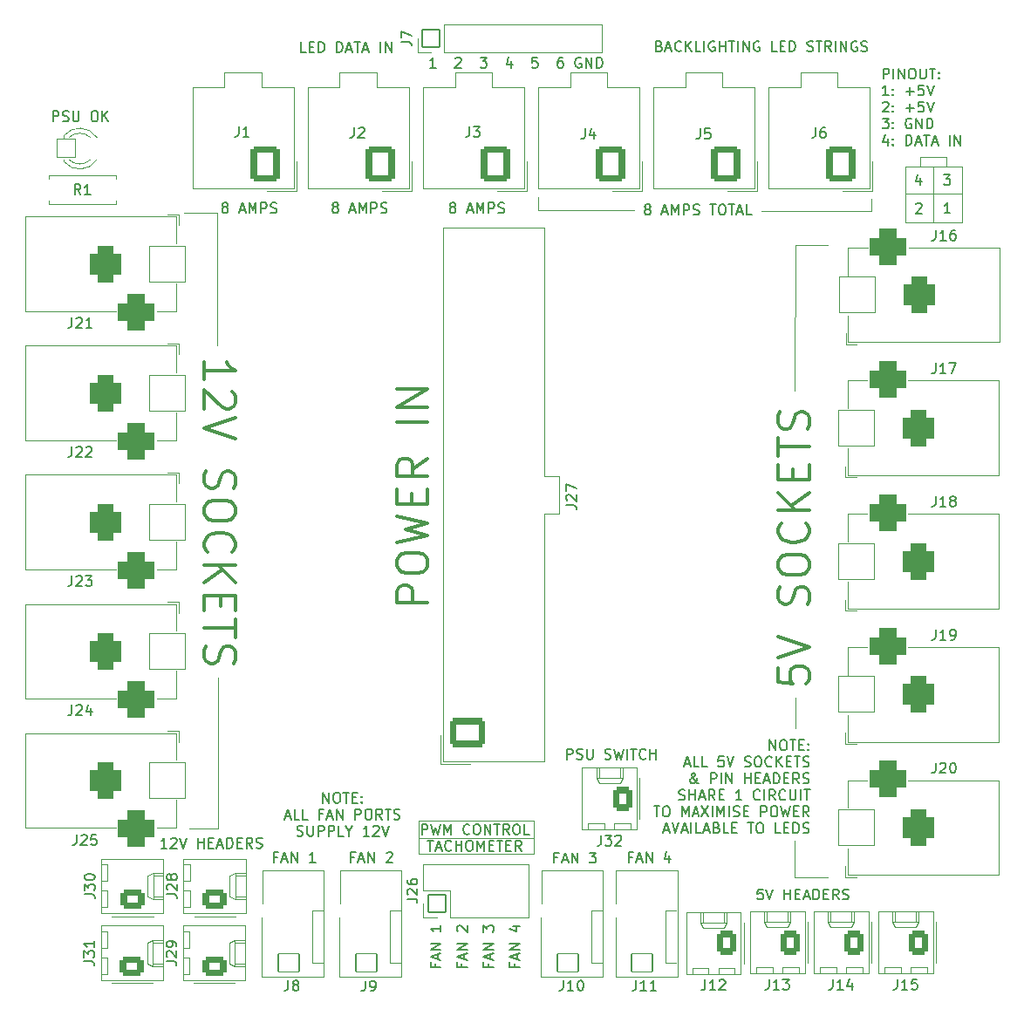
<source format=gbr>
%TF.GenerationSoftware,KiCad,Pcbnew,(6.0.9)*%
%TF.CreationDate,2023-01-10T01:38:09-09:00*%
%TF.ProjectId,ABSIS_Power Distribution Unit,41425349-535f-4506-9f77-657220446973,rev?*%
%TF.SameCoordinates,Original*%
%TF.FileFunction,Legend,Top*%
%TF.FilePolarity,Positive*%
%FSLAX46Y46*%
G04 Gerber Fmt 4.6, Leading zero omitted, Abs format (unit mm)*
G04 Created by KiCad (PCBNEW (6.0.9)) date 2023-01-10 01:38:09*
%MOMM*%
%LPD*%
G01*
G04 APERTURE LIST*
G04 Aperture macros list*
%AMRoundRect*
0 Rectangle with rounded corners*
0 $1 Rounding radius*
0 $2 $3 $4 $5 $6 $7 $8 $9 X,Y pos of 4 corners*
0 Add a 4 corners polygon primitive as box body*
4,1,4,$2,$3,$4,$5,$6,$7,$8,$9,$2,$3,0*
0 Add four circle primitives for the rounded corners*
1,1,$1+$1,$2,$3*
1,1,$1+$1,$4,$5*
1,1,$1+$1,$6,$7*
1,1,$1+$1,$8,$9*
0 Add four rect primitives between the rounded corners*
20,1,$1+$1,$2,$3,$4,$5,0*
20,1,$1+$1,$4,$5,$6,$7,0*
20,1,$1+$1,$6,$7,$8,$9,0*
20,1,$1+$1,$8,$9,$2,$3,0*%
G04 Aperture macros list end*
%ADD10C,0.120000*%
%ADD11C,0.150000*%
%ADD12C,0.300000*%
%ADD13RoundRect,0.050000X1.750000X1.750000X-1.750000X1.750000X-1.750000X-1.750000X1.750000X-1.750000X0*%
%ADD14RoundRect,0.800000X0.750000X1.000000X-0.750000X1.000000X-0.750000X-1.000000X0.750000X-1.000000X0*%
%ADD15RoundRect,0.925000X0.875000X0.875000X-0.875000X0.875000X-0.875000X-0.875000X0.875000X-0.875000X0*%
%ADD16RoundRect,0.050000X-1.750000X-1.750000X1.750000X-1.750000X1.750000X1.750000X-1.750000X1.750000X0*%
%ADD17RoundRect,0.800000X-0.750000X-1.000000X0.750000X-1.000000X0.750000X1.000000X-0.750000X1.000000X0*%
%ADD18RoundRect,0.925000X-0.875000X-0.875000X0.875000X-0.875000X0.875000X0.875000X-0.875000X0.875000X0*%
%ADD19RoundRect,0.300001X1.099999X1.399999X-1.099999X1.399999X-1.099999X-1.399999X1.099999X-1.399999X0*%
%ADD20O,2.800000X3.400000*%
%ADD21C,1.200000*%
%ADD22RoundRect,0.050000X1.015000X0.865000X-1.015000X0.865000X-1.015000X-0.865000X1.015000X-0.865000X0*%
%ADD23O,2.130000X1.830000*%
%ADD24RoundRect,0.300000X0.620000X0.845000X-0.620000X0.845000X-0.620000X-0.845000X0.620000X-0.845000X0*%
%ADD25O,1.840000X2.290000*%
%ADD26RoundRect,0.300001X1.399999X-1.099999X1.399999X1.099999X-1.399999X1.099999X-1.399999X-1.099999X0*%
%ADD27O,3.400000X2.800000*%
%ADD28RoundRect,0.050000X0.850000X-0.850000X0.850000X0.850000X-0.850000X0.850000X-0.850000X-0.850000X0*%
%ADD29O,1.800000X1.800000*%
%ADD30RoundRect,0.300000X0.845000X-0.620000X0.845000X0.620000X-0.845000X0.620000X-0.845000X-0.620000X0*%
%ADD31O,2.290000X1.840000*%
%ADD32RoundRect,0.050000X-0.900000X-0.900000X0.900000X-0.900000X0.900000X0.900000X-0.900000X0.900000X0*%
%ADD33C,1.900000*%
%ADD34C,1.700000*%
%ADD35O,1.700000X1.700000*%
%ADD36C,4.400000*%
G04 APERTURE END LIST*
D10*
X49580800Y-81330800D02*
X38455600Y-81330800D01*
X82400000Y-18926000D02*
X82400000Y-17757600D01*
X18999200Y-78892400D02*
X16154400Y-78892400D01*
X18900000Y-32000000D02*
X18897600Y-19154400D01*
X71724400Y-18926000D02*
X82400000Y-18926000D01*
X38455600Y-78181200D02*
X49580800Y-78181200D01*
X74930000Y-80111600D02*
X74930000Y-83616800D01*
X88370000Y-14666800D02*
X88370000Y-20051600D01*
X85677600Y-20102400D02*
X91164000Y-20102400D01*
X75000000Y-66200000D02*
X74980800Y-69138800D01*
X38455600Y-79806800D02*
X49530000Y-79806800D01*
X89700000Y-13700000D02*
X89700000Y-14600000D01*
X91164000Y-14666800D02*
X85677600Y-14666800D01*
X18897600Y-19154400D02*
X15697200Y-19154400D01*
X50000000Y-18900000D02*
X50000000Y-17631600D01*
X18999200Y-64262000D02*
X18999200Y-78892400D01*
X91164000Y-20102400D02*
X91164000Y-14666800D01*
X87100000Y-14600000D02*
X87100000Y-13700000D01*
X49580800Y-78181200D02*
X49580800Y-81330800D01*
X74930000Y-83616800D02*
X78181200Y-83616800D01*
X74930000Y-36410400D02*
X74980800Y-22237200D01*
X87100000Y-13700000D02*
X89700000Y-13700000D01*
X91164000Y-17308400D02*
X85677600Y-17308400D01*
X38455600Y-81330800D02*
X38455600Y-78181200D01*
X74980800Y-22237200D02*
X78130400Y-22237200D01*
X85677600Y-14666800D02*
X85677600Y-20102400D01*
X59380000Y-18875200D02*
X50000000Y-18900000D01*
D11*
X40090476Y-5052380D02*
X39519047Y-5052380D01*
X39804761Y-5052380D02*
X39804761Y-4052380D01*
X39709523Y-4195238D01*
X39614285Y-4290476D01*
X39519047Y-4338095D01*
X41995238Y-4147619D02*
X42042857Y-4100000D01*
X42138095Y-4052380D01*
X42376190Y-4052380D01*
X42471428Y-4100000D01*
X42519047Y-4147619D01*
X42566666Y-4242857D01*
X42566666Y-4338095D01*
X42519047Y-4480952D01*
X41947619Y-5052380D01*
X42566666Y-5052380D01*
X44423809Y-4052380D02*
X45042857Y-4052380D01*
X44709523Y-4433333D01*
X44852380Y-4433333D01*
X44947619Y-4480952D01*
X44995238Y-4528571D01*
X45042857Y-4623809D01*
X45042857Y-4861904D01*
X44995238Y-4957142D01*
X44947619Y-5004761D01*
X44852380Y-5052380D01*
X44566666Y-5052380D01*
X44471428Y-5004761D01*
X44423809Y-4957142D01*
X47423809Y-4385714D02*
X47423809Y-5052380D01*
X47185714Y-4004761D02*
X46947619Y-4719047D01*
X47566666Y-4719047D01*
X49947619Y-4052380D02*
X49471428Y-4052380D01*
X49423809Y-4528571D01*
X49471428Y-4480952D01*
X49566666Y-4433333D01*
X49804761Y-4433333D01*
X49900000Y-4480952D01*
X49947619Y-4528571D01*
X49995238Y-4623809D01*
X49995238Y-4861904D01*
X49947619Y-4957142D01*
X49900000Y-5004761D01*
X49804761Y-5052380D01*
X49566666Y-5052380D01*
X49471428Y-5004761D01*
X49423809Y-4957142D01*
X52376190Y-4052380D02*
X52185714Y-4052380D01*
X52090476Y-4100000D01*
X52042857Y-4147619D01*
X51947619Y-4290476D01*
X51899999Y-4480952D01*
X51899999Y-4861904D01*
X51947619Y-4957142D01*
X51995238Y-5004761D01*
X52090476Y-5052380D01*
X52280952Y-5052380D01*
X52376190Y-5004761D01*
X52423809Y-4957142D01*
X52471428Y-4861904D01*
X52471428Y-4623809D01*
X52423809Y-4528571D01*
X52376190Y-4480952D01*
X52280952Y-4433333D01*
X52090476Y-4433333D01*
X51995238Y-4480952D01*
X51947619Y-4528571D01*
X51899999Y-4623809D01*
X54185714Y-4100000D02*
X54090476Y-4052380D01*
X53947619Y-4052380D01*
X53804761Y-4100000D01*
X53709523Y-4195238D01*
X53661904Y-4290476D01*
X53614285Y-4480952D01*
X53614285Y-4623809D01*
X53661904Y-4814285D01*
X53709523Y-4909523D01*
X53804761Y-5004761D01*
X53947619Y-5052380D01*
X54042857Y-5052380D01*
X54185714Y-5004761D01*
X54233333Y-4957142D01*
X54233333Y-4623809D01*
X54042857Y-4623809D01*
X54661904Y-5052380D02*
X54661904Y-4052380D01*
X55233333Y-5052380D01*
X55233333Y-4052380D01*
X55709523Y-5052380D02*
X55709523Y-4052380D01*
X55947619Y-4052380D01*
X56090476Y-4100000D01*
X56185714Y-4195238D01*
X56233333Y-4290476D01*
X56280952Y-4480952D01*
X56280952Y-4623809D01*
X56233333Y-4814285D01*
X56185714Y-4909523D01*
X56090476Y-5004761D01*
X55947619Y-5052380D01*
X55709523Y-5052380D01*
X71838038Y-84796380D02*
X71361847Y-84796380D01*
X71314228Y-85272571D01*
X71361847Y-85224952D01*
X71457085Y-85177333D01*
X71695180Y-85177333D01*
X71790419Y-85224952D01*
X71838038Y-85272571D01*
X71885657Y-85367809D01*
X71885657Y-85605904D01*
X71838038Y-85701142D01*
X71790419Y-85748761D01*
X71695180Y-85796380D01*
X71457085Y-85796380D01*
X71361847Y-85748761D01*
X71314228Y-85701142D01*
X72171371Y-84796380D02*
X72504704Y-85796380D01*
X72838038Y-84796380D01*
X73933276Y-85796380D02*
X73933276Y-84796380D01*
X73933276Y-85272571D02*
X74504704Y-85272571D01*
X74504704Y-85796380D02*
X74504704Y-84796380D01*
X74980895Y-85272571D02*
X75314228Y-85272571D01*
X75457085Y-85796380D02*
X74980895Y-85796380D01*
X74980895Y-84796380D01*
X75457085Y-84796380D01*
X75838038Y-85510666D02*
X76314228Y-85510666D01*
X75742800Y-85796380D02*
X76076133Y-84796380D01*
X76409466Y-85796380D01*
X76742800Y-85796380D02*
X76742800Y-84796380D01*
X76980895Y-84796380D01*
X77123752Y-84844000D01*
X77218990Y-84939238D01*
X77266609Y-85034476D01*
X77314228Y-85224952D01*
X77314228Y-85367809D01*
X77266609Y-85558285D01*
X77218990Y-85653523D01*
X77123752Y-85748761D01*
X76980895Y-85796380D01*
X76742800Y-85796380D01*
X77742800Y-85272571D02*
X78076133Y-85272571D01*
X78218990Y-85796380D02*
X77742800Y-85796380D01*
X77742800Y-84796380D01*
X78218990Y-84796380D01*
X79218990Y-85796380D02*
X78885657Y-85320190D01*
X78647561Y-85796380D02*
X78647561Y-84796380D01*
X79028514Y-84796380D01*
X79123752Y-84844000D01*
X79171371Y-84891619D01*
X79218990Y-84986857D01*
X79218990Y-85129714D01*
X79171371Y-85224952D01*
X79123752Y-85272571D01*
X79028514Y-85320190D01*
X78647561Y-85320190D01*
X79599942Y-85748761D02*
X79742800Y-85796380D01*
X79980895Y-85796380D01*
X80076133Y-85748761D01*
X80123752Y-85701142D01*
X80171371Y-85605904D01*
X80171371Y-85510666D01*
X80123752Y-85415428D01*
X80076133Y-85367809D01*
X79980895Y-85320190D01*
X79790419Y-85272571D01*
X79695180Y-85224952D01*
X79647561Y-85177333D01*
X79599942Y-85082095D01*
X79599942Y-84986857D01*
X79647561Y-84891619D01*
X79695180Y-84844000D01*
X79790419Y-84796380D01*
X80028514Y-84796380D01*
X80171371Y-84844000D01*
X51927333Y-81716571D02*
X51594000Y-81716571D01*
X51594000Y-82240380D02*
X51594000Y-81240380D01*
X52070190Y-81240380D01*
X52403523Y-81954666D02*
X52879714Y-81954666D01*
X52308285Y-82240380D02*
X52641619Y-81240380D01*
X52974952Y-82240380D01*
X53308285Y-82240380D02*
X53308285Y-81240380D01*
X53879714Y-82240380D01*
X53879714Y-81240380D01*
X55022571Y-81240380D02*
X55641619Y-81240380D01*
X55308285Y-81621333D01*
X55451142Y-81621333D01*
X55546380Y-81668952D01*
X55594000Y-81716571D01*
X55641619Y-81811809D01*
X55641619Y-82049904D01*
X55594000Y-82145142D01*
X55546380Y-82192761D01*
X55451142Y-82240380D01*
X55165428Y-82240380D01*
X55070190Y-82192761D01*
X55022571Y-82145142D01*
X60574419Y-18756152D02*
X60479180Y-18708533D01*
X60431561Y-18660914D01*
X60383942Y-18565676D01*
X60383942Y-18518057D01*
X60431561Y-18422819D01*
X60479180Y-18375200D01*
X60574419Y-18327580D01*
X60764895Y-18327580D01*
X60860133Y-18375200D01*
X60907752Y-18422819D01*
X60955371Y-18518057D01*
X60955371Y-18565676D01*
X60907752Y-18660914D01*
X60860133Y-18708533D01*
X60764895Y-18756152D01*
X60574419Y-18756152D01*
X60479180Y-18803771D01*
X60431561Y-18851390D01*
X60383942Y-18946628D01*
X60383942Y-19137104D01*
X60431561Y-19232342D01*
X60479180Y-19279961D01*
X60574419Y-19327580D01*
X60764895Y-19327580D01*
X60860133Y-19279961D01*
X60907752Y-19232342D01*
X60955371Y-19137104D01*
X60955371Y-18946628D01*
X60907752Y-18851390D01*
X60860133Y-18803771D01*
X60764895Y-18756152D01*
X62098228Y-19041866D02*
X62574419Y-19041866D01*
X62002990Y-19327580D02*
X62336323Y-18327580D01*
X62669657Y-19327580D01*
X63002990Y-19327580D02*
X63002990Y-18327580D01*
X63336323Y-19041866D01*
X63669657Y-18327580D01*
X63669657Y-19327580D01*
X64145847Y-19327580D02*
X64145847Y-18327580D01*
X64526800Y-18327580D01*
X64622038Y-18375200D01*
X64669657Y-18422819D01*
X64717276Y-18518057D01*
X64717276Y-18660914D01*
X64669657Y-18756152D01*
X64622038Y-18803771D01*
X64526800Y-18851390D01*
X64145847Y-18851390D01*
X65098228Y-19279961D02*
X65241085Y-19327580D01*
X65479180Y-19327580D01*
X65574419Y-19279961D01*
X65622038Y-19232342D01*
X65669657Y-19137104D01*
X65669657Y-19041866D01*
X65622038Y-18946628D01*
X65574419Y-18899009D01*
X65479180Y-18851390D01*
X65288704Y-18803771D01*
X65193466Y-18756152D01*
X65145847Y-18708533D01*
X65098228Y-18613295D01*
X65098228Y-18518057D01*
X65145847Y-18422819D01*
X65193466Y-18375200D01*
X65288704Y-18327580D01*
X65526800Y-18327580D01*
X65669657Y-18375200D01*
X66717276Y-18327580D02*
X67288704Y-18327580D01*
X67002990Y-19327580D02*
X67002990Y-18327580D01*
X67812514Y-18327580D02*
X68002990Y-18327580D01*
X68098228Y-18375200D01*
X68193466Y-18470438D01*
X68241085Y-18660914D01*
X68241085Y-18994247D01*
X68193466Y-19184723D01*
X68098228Y-19279961D01*
X68002990Y-19327580D01*
X67812514Y-19327580D01*
X67717276Y-19279961D01*
X67622038Y-19184723D01*
X67574419Y-18994247D01*
X67574419Y-18660914D01*
X67622038Y-18470438D01*
X67717276Y-18375200D01*
X67812514Y-18327580D01*
X68526800Y-18327580D02*
X69098228Y-18327580D01*
X68812514Y-19327580D02*
X68812514Y-18327580D01*
X69383942Y-19041866D02*
X69860133Y-19041866D01*
X69288704Y-19327580D02*
X69622038Y-18327580D01*
X69955371Y-19327580D01*
X70764895Y-19327580D02*
X70288704Y-19327580D01*
X70288704Y-18327580D01*
X14005466Y-80817980D02*
X13434038Y-80817980D01*
X13719752Y-80817980D02*
X13719752Y-79817980D01*
X13624514Y-79960838D01*
X13529276Y-80056076D01*
X13434038Y-80103695D01*
X14386419Y-79913219D02*
X14434038Y-79865600D01*
X14529276Y-79817980D01*
X14767371Y-79817980D01*
X14862609Y-79865600D01*
X14910228Y-79913219D01*
X14957847Y-80008457D01*
X14957847Y-80103695D01*
X14910228Y-80246552D01*
X14338800Y-80817980D01*
X14957847Y-80817980D01*
X15243561Y-79817980D02*
X15576895Y-80817980D01*
X15910228Y-79817980D01*
X17005466Y-80817980D02*
X17005466Y-79817980D01*
X17005466Y-80294171D02*
X17576895Y-80294171D01*
X17576895Y-80817980D02*
X17576895Y-79817980D01*
X18053085Y-80294171D02*
X18386419Y-80294171D01*
X18529276Y-80817980D02*
X18053085Y-80817980D01*
X18053085Y-79817980D01*
X18529276Y-79817980D01*
X18910228Y-80532266D02*
X19386419Y-80532266D01*
X18814990Y-80817980D02*
X19148323Y-79817980D01*
X19481657Y-80817980D01*
X19814990Y-80817980D02*
X19814990Y-79817980D01*
X20053085Y-79817980D01*
X20195942Y-79865600D01*
X20291180Y-79960838D01*
X20338800Y-80056076D01*
X20386419Y-80246552D01*
X20386419Y-80389409D01*
X20338800Y-80579885D01*
X20291180Y-80675123D01*
X20195942Y-80770361D01*
X20053085Y-80817980D01*
X19814990Y-80817980D01*
X20814990Y-80294171D02*
X21148323Y-80294171D01*
X21291180Y-80817980D02*
X20814990Y-80817980D01*
X20814990Y-79817980D01*
X21291180Y-79817980D01*
X22291180Y-80817980D02*
X21957847Y-80341790D01*
X21719752Y-80817980D02*
X21719752Y-79817980D01*
X22100704Y-79817980D01*
X22195942Y-79865600D01*
X22243561Y-79913219D01*
X22291180Y-80008457D01*
X22291180Y-80151314D01*
X22243561Y-80246552D01*
X22195942Y-80294171D01*
X22100704Y-80341790D01*
X21719752Y-80341790D01*
X22672133Y-80770361D02*
X22814990Y-80817980D01*
X23053085Y-80817980D01*
X23148323Y-80770361D01*
X23195942Y-80722742D01*
X23243561Y-80627504D01*
X23243561Y-80532266D01*
X23195942Y-80437028D01*
X23148323Y-80389409D01*
X23053085Y-80341790D01*
X22862609Y-80294171D01*
X22767371Y-80246552D01*
X22719752Y-80198933D01*
X22672133Y-80103695D01*
X22672133Y-80008457D01*
X22719752Y-79913219D01*
X22767371Y-79865600D01*
X22862609Y-79817980D01*
X23100704Y-79817980D01*
X23243561Y-79865600D01*
X83535595Y-6132380D02*
X83535595Y-5132380D01*
X83916547Y-5132380D01*
X84011785Y-5180000D01*
X84059404Y-5227619D01*
X84107023Y-5322857D01*
X84107023Y-5465714D01*
X84059404Y-5560952D01*
X84011785Y-5608571D01*
X83916547Y-5656190D01*
X83535595Y-5656190D01*
X84535595Y-6132380D02*
X84535595Y-5132380D01*
X85011785Y-6132380D02*
X85011785Y-5132380D01*
X85583214Y-6132380D01*
X85583214Y-5132380D01*
X86249880Y-5132380D02*
X86440357Y-5132380D01*
X86535595Y-5180000D01*
X86630833Y-5275238D01*
X86678452Y-5465714D01*
X86678452Y-5799047D01*
X86630833Y-5989523D01*
X86535595Y-6084761D01*
X86440357Y-6132380D01*
X86249880Y-6132380D01*
X86154642Y-6084761D01*
X86059404Y-5989523D01*
X86011785Y-5799047D01*
X86011785Y-5465714D01*
X86059404Y-5275238D01*
X86154642Y-5180000D01*
X86249880Y-5132380D01*
X87107023Y-5132380D02*
X87107023Y-5941904D01*
X87154642Y-6037142D01*
X87202261Y-6084761D01*
X87297500Y-6132380D01*
X87487976Y-6132380D01*
X87583214Y-6084761D01*
X87630833Y-6037142D01*
X87678452Y-5941904D01*
X87678452Y-5132380D01*
X88011785Y-5132380D02*
X88583214Y-5132380D01*
X88297500Y-6132380D02*
X88297500Y-5132380D01*
X88916547Y-6037142D02*
X88964166Y-6084761D01*
X88916547Y-6132380D01*
X88868928Y-6084761D01*
X88916547Y-6037142D01*
X88916547Y-6132380D01*
X88916547Y-5513333D02*
X88964166Y-5560952D01*
X88916547Y-5608571D01*
X88868928Y-5560952D01*
X88916547Y-5513333D01*
X88916547Y-5608571D01*
X84059404Y-7742380D02*
X83487976Y-7742380D01*
X83773690Y-7742380D02*
X83773690Y-6742380D01*
X83678452Y-6885238D01*
X83583214Y-6980476D01*
X83487976Y-7028095D01*
X84487976Y-7647142D02*
X84535595Y-7694761D01*
X84487976Y-7742380D01*
X84440357Y-7694761D01*
X84487976Y-7647142D01*
X84487976Y-7742380D01*
X84487976Y-7123333D02*
X84535595Y-7170952D01*
X84487976Y-7218571D01*
X84440357Y-7170952D01*
X84487976Y-7123333D01*
X84487976Y-7218571D01*
X85726071Y-7361428D02*
X86487976Y-7361428D01*
X86107023Y-7742380D02*
X86107023Y-6980476D01*
X87440357Y-6742380D02*
X86964166Y-6742380D01*
X86916547Y-7218571D01*
X86964166Y-7170952D01*
X87059404Y-7123333D01*
X87297500Y-7123333D01*
X87392738Y-7170952D01*
X87440357Y-7218571D01*
X87487976Y-7313809D01*
X87487976Y-7551904D01*
X87440357Y-7647142D01*
X87392738Y-7694761D01*
X87297500Y-7742380D01*
X87059404Y-7742380D01*
X86964166Y-7694761D01*
X86916547Y-7647142D01*
X87773690Y-6742380D02*
X88107023Y-7742380D01*
X88440357Y-6742380D01*
X83487976Y-8447619D02*
X83535595Y-8400000D01*
X83630833Y-8352380D01*
X83868928Y-8352380D01*
X83964166Y-8400000D01*
X84011785Y-8447619D01*
X84059404Y-8542857D01*
X84059404Y-8638095D01*
X84011785Y-8780952D01*
X83440357Y-9352380D01*
X84059404Y-9352380D01*
X84487976Y-9257142D02*
X84535595Y-9304761D01*
X84487976Y-9352380D01*
X84440357Y-9304761D01*
X84487976Y-9257142D01*
X84487976Y-9352380D01*
X84487976Y-8733333D02*
X84535595Y-8780952D01*
X84487976Y-8828571D01*
X84440357Y-8780952D01*
X84487976Y-8733333D01*
X84487976Y-8828571D01*
X85726071Y-8971428D02*
X86487976Y-8971428D01*
X86107023Y-9352380D02*
X86107023Y-8590476D01*
X87440357Y-8352380D02*
X86964166Y-8352380D01*
X86916547Y-8828571D01*
X86964166Y-8780952D01*
X87059404Y-8733333D01*
X87297500Y-8733333D01*
X87392738Y-8780952D01*
X87440357Y-8828571D01*
X87487976Y-8923809D01*
X87487976Y-9161904D01*
X87440357Y-9257142D01*
X87392738Y-9304761D01*
X87297500Y-9352380D01*
X87059404Y-9352380D01*
X86964166Y-9304761D01*
X86916547Y-9257142D01*
X87773690Y-8352380D02*
X88107023Y-9352380D01*
X88440357Y-8352380D01*
X83440357Y-9962380D02*
X84059404Y-9962380D01*
X83726071Y-10343333D01*
X83868928Y-10343333D01*
X83964166Y-10390952D01*
X84011785Y-10438571D01*
X84059404Y-10533809D01*
X84059404Y-10771904D01*
X84011785Y-10867142D01*
X83964166Y-10914761D01*
X83868928Y-10962380D01*
X83583214Y-10962380D01*
X83487976Y-10914761D01*
X83440357Y-10867142D01*
X84487976Y-10867142D02*
X84535595Y-10914761D01*
X84487976Y-10962380D01*
X84440357Y-10914761D01*
X84487976Y-10867142D01*
X84487976Y-10962380D01*
X84487976Y-10343333D02*
X84535595Y-10390952D01*
X84487976Y-10438571D01*
X84440357Y-10390952D01*
X84487976Y-10343333D01*
X84487976Y-10438571D01*
X86249880Y-10010000D02*
X86154642Y-9962380D01*
X86011785Y-9962380D01*
X85868928Y-10010000D01*
X85773690Y-10105238D01*
X85726071Y-10200476D01*
X85678452Y-10390952D01*
X85678452Y-10533809D01*
X85726071Y-10724285D01*
X85773690Y-10819523D01*
X85868928Y-10914761D01*
X86011785Y-10962380D01*
X86107023Y-10962380D01*
X86249880Y-10914761D01*
X86297500Y-10867142D01*
X86297500Y-10533809D01*
X86107023Y-10533809D01*
X86726071Y-10962380D02*
X86726071Y-9962380D01*
X87297500Y-10962380D01*
X87297500Y-9962380D01*
X87773690Y-10962380D02*
X87773690Y-9962380D01*
X88011785Y-9962380D01*
X88154642Y-10010000D01*
X88249880Y-10105238D01*
X88297500Y-10200476D01*
X88345119Y-10390952D01*
X88345119Y-10533809D01*
X88297500Y-10724285D01*
X88249880Y-10819523D01*
X88154642Y-10914761D01*
X88011785Y-10962380D01*
X87773690Y-10962380D01*
X83964166Y-11905714D02*
X83964166Y-12572380D01*
X83726071Y-11524761D02*
X83487976Y-12239047D01*
X84107023Y-12239047D01*
X84487976Y-12477142D02*
X84535595Y-12524761D01*
X84487976Y-12572380D01*
X84440357Y-12524761D01*
X84487976Y-12477142D01*
X84487976Y-12572380D01*
X84487976Y-11953333D02*
X84535595Y-12000952D01*
X84487976Y-12048571D01*
X84440357Y-12000952D01*
X84487976Y-11953333D01*
X84487976Y-12048571D01*
X85726071Y-12572380D02*
X85726071Y-11572380D01*
X85964166Y-11572380D01*
X86107023Y-11620000D01*
X86202261Y-11715238D01*
X86249880Y-11810476D01*
X86297500Y-12000952D01*
X86297500Y-12143809D01*
X86249880Y-12334285D01*
X86202261Y-12429523D01*
X86107023Y-12524761D01*
X85964166Y-12572380D01*
X85726071Y-12572380D01*
X86678452Y-12286666D02*
X87154642Y-12286666D01*
X86583214Y-12572380D02*
X86916547Y-11572380D01*
X87249880Y-12572380D01*
X87440357Y-11572380D02*
X88011785Y-11572380D01*
X87726071Y-12572380D02*
X87726071Y-11572380D01*
X88297500Y-12286666D02*
X88773690Y-12286666D01*
X88202261Y-12572380D02*
X88535595Y-11572380D01*
X88868928Y-12572380D01*
X89964166Y-12572380D02*
X89964166Y-11572380D01*
X90440357Y-12572380D02*
X90440357Y-11572380D01*
X91011785Y-12572380D01*
X91011785Y-11572380D01*
X90027314Y-19132380D02*
X89455885Y-19132380D01*
X89741600Y-19132380D02*
X89741600Y-18132380D01*
X89646361Y-18275238D01*
X89551123Y-18370476D01*
X89455885Y-18418095D01*
X72508900Y-71306580D02*
X72508900Y-70306580D01*
X73080328Y-71306580D01*
X73080328Y-70306580D01*
X73746995Y-70306580D02*
X73937471Y-70306580D01*
X74032709Y-70354200D01*
X74127947Y-70449438D01*
X74175566Y-70639914D01*
X74175566Y-70973247D01*
X74127947Y-71163723D01*
X74032709Y-71258961D01*
X73937471Y-71306580D01*
X73746995Y-71306580D01*
X73651757Y-71258961D01*
X73556519Y-71163723D01*
X73508900Y-70973247D01*
X73508900Y-70639914D01*
X73556519Y-70449438D01*
X73651757Y-70354200D01*
X73746995Y-70306580D01*
X74461280Y-70306580D02*
X75032709Y-70306580D01*
X74746995Y-71306580D02*
X74746995Y-70306580D01*
X75366042Y-70782771D02*
X75699376Y-70782771D01*
X75842233Y-71306580D02*
X75366042Y-71306580D01*
X75366042Y-70306580D01*
X75842233Y-70306580D01*
X76270804Y-71211342D02*
X76318423Y-71258961D01*
X76270804Y-71306580D01*
X76223185Y-71258961D01*
X76270804Y-71211342D01*
X76270804Y-71306580D01*
X76270804Y-70687533D02*
X76318423Y-70735152D01*
X76270804Y-70782771D01*
X76223185Y-70735152D01*
X76270804Y-70687533D01*
X76270804Y-70782771D01*
X64270804Y-72630866D02*
X64746995Y-72630866D01*
X64175566Y-72916580D02*
X64508899Y-71916580D01*
X64842233Y-72916580D01*
X65651757Y-72916580D02*
X65175566Y-72916580D01*
X65175566Y-71916580D01*
X66461280Y-72916580D02*
X65985090Y-72916580D01*
X65985090Y-71916580D01*
X68032709Y-71916580D02*
X67556519Y-71916580D01*
X67508900Y-72392771D01*
X67556519Y-72345152D01*
X67651757Y-72297533D01*
X67889852Y-72297533D01*
X67985090Y-72345152D01*
X68032709Y-72392771D01*
X68080328Y-72488009D01*
X68080328Y-72726104D01*
X68032709Y-72821342D01*
X67985090Y-72868961D01*
X67889852Y-72916580D01*
X67651757Y-72916580D01*
X67556519Y-72868961D01*
X67508900Y-72821342D01*
X68366042Y-71916580D02*
X68699376Y-72916580D01*
X69032709Y-71916580D01*
X70080328Y-72868961D02*
X70223185Y-72916580D01*
X70461280Y-72916580D01*
X70556519Y-72868961D01*
X70604138Y-72821342D01*
X70651757Y-72726104D01*
X70651757Y-72630866D01*
X70604138Y-72535628D01*
X70556519Y-72488009D01*
X70461280Y-72440390D01*
X70270804Y-72392771D01*
X70175566Y-72345152D01*
X70127947Y-72297533D01*
X70080328Y-72202295D01*
X70080328Y-72107057D01*
X70127947Y-72011819D01*
X70175566Y-71964200D01*
X70270804Y-71916580D01*
X70508900Y-71916580D01*
X70651757Y-71964200D01*
X71270804Y-71916580D02*
X71461280Y-71916580D01*
X71556519Y-71964200D01*
X71651757Y-72059438D01*
X71699376Y-72249914D01*
X71699376Y-72583247D01*
X71651757Y-72773723D01*
X71556519Y-72868961D01*
X71461280Y-72916580D01*
X71270804Y-72916580D01*
X71175566Y-72868961D01*
X71080328Y-72773723D01*
X71032709Y-72583247D01*
X71032709Y-72249914D01*
X71080328Y-72059438D01*
X71175566Y-71964200D01*
X71270804Y-71916580D01*
X72699376Y-72821342D02*
X72651757Y-72868961D01*
X72508900Y-72916580D01*
X72413661Y-72916580D01*
X72270804Y-72868961D01*
X72175566Y-72773723D01*
X72127947Y-72678485D01*
X72080328Y-72488009D01*
X72080328Y-72345152D01*
X72127947Y-72154676D01*
X72175566Y-72059438D01*
X72270804Y-71964200D01*
X72413661Y-71916580D01*
X72508900Y-71916580D01*
X72651757Y-71964200D01*
X72699376Y-72011819D01*
X73127947Y-72916580D02*
X73127947Y-71916580D01*
X73699376Y-72916580D02*
X73270804Y-72345152D01*
X73699376Y-71916580D02*
X73127947Y-72488009D01*
X74127947Y-72392771D02*
X74461280Y-72392771D01*
X74604138Y-72916580D02*
X74127947Y-72916580D01*
X74127947Y-71916580D01*
X74604138Y-71916580D01*
X74889852Y-71916580D02*
X75461280Y-71916580D01*
X75175566Y-72916580D02*
X75175566Y-71916580D01*
X75746995Y-72868961D02*
X75889852Y-72916580D01*
X76127947Y-72916580D01*
X76223185Y-72868961D01*
X76270804Y-72821342D01*
X76318423Y-72726104D01*
X76318423Y-72630866D01*
X76270804Y-72535628D01*
X76223185Y-72488009D01*
X76127947Y-72440390D01*
X75937471Y-72392771D01*
X75842233Y-72345152D01*
X75794614Y-72297533D01*
X75746995Y-72202295D01*
X75746995Y-72107057D01*
X75794614Y-72011819D01*
X75842233Y-71964200D01*
X75937471Y-71916580D01*
X76175566Y-71916580D01*
X76318423Y-71964200D01*
X65604138Y-74526580D02*
X65556519Y-74526580D01*
X65461280Y-74478961D01*
X65318423Y-74336104D01*
X65080328Y-74050390D01*
X64985090Y-73907533D01*
X64937471Y-73764676D01*
X64937471Y-73669438D01*
X64985090Y-73574200D01*
X65080328Y-73526580D01*
X65127947Y-73526580D01*
X65223185Y-73574200D01*
X65270804Y-73669438D01*
X65270804Y-73717057D01*
X65223185Y-73812295D01*
X65175566Y-73859914D01*
X64889852Y-74050390D01*
X64842233Y-74098009D01*
X64794614Y-74193247D01*
X64794614Y-74336104D01*
X64842233Y-74431342D01*
X64889852Y-74478961D01*
X64985090Y-74526580D01*
X65127947Y-74526580D01*
X65223185Y-74478961D01*
X65270804Y-74431342D01*
X65413661Y-74240866D01*
X65461280Y-74098009D01*
X65461280Y-74002771D01*
X66794614Y-74526580D02*
X66794614Y-73526580D01*
X67175566Y-73526580D01*
X67270804Y-73574200D01*
X67318423Y-73621819D01*
X67366042Y-73717057D01*
X67366042Y-73859914D01*
X67318423Y-73955152D01*
X67270804Y-74002771D01*
X67175566Y-74050390D01*
X66794614Y-74050390D01*
X67794614Y-74526580D02*
X67794614Y-73526580D01*
X68270804Y-74526580D02*
X68270804Y-73526580D01*
X68842233Y-74526580D01*
X68842233Y-73526580D01*
X70080328Y-74526580D02*
X70080328Y-73526580D01*
X70080328Y-74002771D02*
X70651757Y-74002771D01*
X70651757Y-74526580D02*
X70651757Y-73526580D01*
X71127947Y-74002771D02*
X71461280Y-74002771D01*
X71604138Y-74526580D02*
X71127947Y-74526580D01*
X71127947Y-73526580D01*
X71604138Y-73526580D01*
X71985090Y-74240866D02*
X72461280Y-74240866D01*
X71889852Y-74526580D02*
X72223185Y-73526580D01*
X72556519Y-74526580D01*
X72889852Y-74526580D02*
X72889852Y-73526580D01*
X73127947Y-73526580D01*
X73270804Y-73574200D01*
X73366042Y-73669438D01*
X73413661Y-73764676D01*
X73461280Y-73955152D01*
X73461280Y-74098009D01*
X73413661Y-74288485D01*
X73366042Y-74383723D01*
X73270804Y-74478961D01*
X73127947Y-74526580D01*
X72889852Y-74526580D01*
X73889852Y-74002771D02*
X74223185Y-74002771D01*
X74366042Y-74526580D02*
X73889852Y-74526580D01*
X73889852Y-73526580D01*
X74366042Y-73526580D01*
X75366042Y-74526580D02*
X75032709Y-74050390D01*
X74794614Y-74526580D02*
X74794614Y-73526580D01*
X75175566Y-73526580D01*
X75270804Y-73574200D01*
X75318423Y-73621819D01*
X75366042Y-73717057D01*
X75366042Y-73859914D01*
X75318423Y-73955152D01*
X75270804Y-74002771D01*
X75175566Y-74050390D01*
X74794614Y-74050390D01*
X75746995Y-74478961D02*
X75889852Y-74526580D01*
X76127947Y-74526580D01*
X76223185Y-74478961D01*
X76270804Y-74431342D01*
X76318423Y-74336104D01*
X76318423Y-74240866D01*
X76270804Y-74145628D01*
X76223185Y-74098009D01*
X76127947Y-74050390D01*
X75937471Y-74002771D01*
X75842233Y-73955152D01*
X75794614Y-73907533D01*
X75746995Y-73812295D01*
X75746995Y-73717057D01*
X75794614Y-73621819D01*
X75842233Y-73574200D01*
X75937471Y-73526580D01*
X76175566Y-73526580D01*
X76318423Y-73574200D01*
X63699376Y-76088961D02*
X63842233Y-76136580D01*
X64080328Y-76136580D01*
X64175566Y-76088961D01*
X64223185Y-76041342D01*
X64270804Y-75946104D01*
X64270804Y-75850866D01*
X64223185Y-75755628D01*
X64175566Y-75708009D01*
X64080328Y-75660390D01*
X63889852Y-75612771D01*
X63794614Y-75565152D01*
X63746995Y-75517533D01*
X63699376Y-75422295D01*
X63699376Y-75327057D01*
X63746995Y-75231819D01*
X63794614Y-75184200D01*
X63889852Y-75136580D01*
X64127947Y-75136580D01*
X64270804Y-75184200D01*
X64699376Y-76136580D02*
X64699376Y-75136580D01*
X64699376Y-75612771D02*
X65270804Y-75612771D01*
X65270804Y-76136580D02*
X65270804Y-75136580D01*
X65699376Y-75850866D02*
X66175566Y-75850866D01*
X65604138Y-76136580D02*
X65937471Y-75136580D01*
X66270804Y-76136580D01*
X67175566Y-76136580D02*
X66842233Y-75660390D01*
X66604138Y-76136580D02*
X66604138Y-75136580D01*
X66985090Y-75136580D01*
X67080328Y-75184200D01*
X67127947Y-75231819D01*
X67175566Y-75327057D01*
X67175566Y-75469914D01*
X67127947Y-75565152D01*
X67080328Y-75612771D01*
X66985090Y-75660390D01*
X66604138Y-75660390D01*
X67604138Y-75612771D02*
X67937471Y-75612771D01*
X68080328Y-76136580D02*
X67604138Y-76136580D01*
X67604138Y-75136580D01*
X68080328Y-75136580D01*
X69794614Y-76136580D02*
X69223185Y-76136580D01*
X69508900Y-76136580D02*
X69508900Y-75136580D01*
X69413661Y-75279438D01*
X69318423Y-75374676D01*
X69223185Y-75422295D01*
X71556519Y-76041342D02*
X71508900Y-76088961D01*
X71366042Y-76136580D01*
X71270804Y-76136580D01*
X71127947Y-76088961D01*
X71032709Y-75993723D01*
X70985090Y-75898485D01*
X70937471Y-75708009D01*
X70937471Y-75565152D01*
X70985090Y-75374676D01*
X71032709Y-75279438D01*
X71127947Y-75184200D01*
X71270804Y-75136580D01*
X71366042Y-75136580D01*
X71508900Y-75184200D01*
X71556519Y-75231819D01*
X71985090Y-76136580D02*
X71985090Y-75136580D01*
X73032709Y-76136580D02*
X72699376Y-75660390D01*
X72461280Y-76136580D02*
X72461280Y-75136580D01*
X72842233Y-75136580D01*
X72937471Y-75184200D01*
X72985090Y-75231819D01*
X73032709Y-75327057D01*
X73032709Y-75469914D01*
X72985090Y-75565152D01*
X72937471Y-75612771D01*
X72842233Y-75660390D01*
X72461280Y-75660390D01*
X74032709Y-76041342D02*
X73985090Y-76088961D01*
X73842233Y-76136580D01*
X73746995Y-76136580D01*
X73604138Y-76088961D01*
X73508900Y-75993723D01*
X73461280Y-75898485D01*
X73413661Y-75708009D01*
X73413661Y-75565152D01*
X73461280Y-75374676D01*
X73508900Y-75279438D01*
X73604138Y-75184200D01*
X73746995Y-75136580D01*
X73842233Y-75136580D01*
X73985090Y-75184200D01*
X74032709Y-75231819D01*
X74461280Y-75136580D02*
X74461280Y-75946104D01*
X74508900Y-76041342D01*
X74556519Y-76088961D01*
X74651757Y-76136580D01*
X74842233Y-76136580D01*
X74937471Y-76088961D01*
X74985090Y-76041342D01*
X75032709Y-75946104D01*
X75032709Y-75136580D01*
X75508900Y-76136580D02*
X75508900Y-75136580D01*
X75842233Y-75136580D02*
X76413661Y-75136580D01*
X76127947Y-76136580D02*
X76127947Y-75136580D01*
X61270804Y-76746580D02*
X61842233Y-76746580D01*
X61556519Y-77746580D02*
X61556519Y-76746580D01*
X62366042Y-76746580D02*
X62556519Y-76746580D01*
X62651757Y-76794200D01*
X62746995Y-76889438D01*
X62794614Y-77079914D01*
X62794614Y-77413247D01*
X62746995Y-77603723D01*
X62651757Y-77698961D01*
X62556519Y-77746580D01*
X62366042Y-77746580D01*
X62270804Y-77698961D01*
X62175566Y-77603723D01*
X62127947Y-77413247D01*
X62127947Y-77079914D01*
X62175566Y-76889438D01*
X62270804Y-76794200D01*
X62366042Y-76746580D01*
X63985090Y-77746580D02*
X63985090Y-76746580D01*
X64318423Y-77460866D01*
X64651757Y-76746580D01*
X64651757Y-77746580D01*
X65080328Y-77460866D02*
X65556519Y-77460866D01*
X64985090Y-77746580D02*
X65318423Y-76746580D01*
X65651757Y-77746580D01*
X65889852Y-76746580D02*
X66556519Y-77746580D01*
X66556519Y-76746580D02*
X65889852Y-77746580D01*
X66937471Y-77746580D02*
X66937471Y-76746580D01*
X67413661Y-77746580D02*
X67413661Y-76746580D01*
X67746995Y-77460866D01*
X68080328Y-76746580D01*
X68080328Y-77746580D01*
X68556519Y-77746580D02*
X68556519Y-76746580D01*
X68985090Y-77698961D02*
X69127947Y-77746580D01*
X69366042Y-77746580D01*
X69461280Y-77698961D01*
X69508900Y-77651342D01*
X69556519Y-77556104D01*
X69556519Y-77460866D01*
X69508900Y-77365628D01*
X69461280Y-77318009D01*
X69366042Y-77270390D01*
X69175566Y-77222771D01*
X69080328Y-77175152D01*
X69032709Y-77127533D01*
X68985090Y-77032295D01*
X68985090Y-76937057D01*
X69032709Y-76841819D01*
X69080328Y-76794200D01*
X69175566Y-76746580D01*
X69413661Y-76746580D01*
X69556519Y-76794200D01*
X69985090Y-77222771D02*
X70318423Y-77222771D01*
X70461280Y-77746580D02*
X69985090Y-77746580D01*
X69985090Y-76746580D01*
X70461280Y-76746580D01*
X71651757Y-77746580D02*
X71651757Y-76746580D01*
X72032709Y-76746580D01*
X72127947Y-76794200D01*
X72175566Y-76841819D01*
X72223185Y-76937057D01*
X72223185Y-77079914D01*
X72175566Y-77175152D01*
X72127947Y-77222771D01*
X72032709Y-77270390D01*
X71651757Y-77270390D01*
X72842233Y-76746580D02*
X73032709Y-76746580D01*
X73127947Y-76794200D01*
X73223185Y-76889438D01*
X73270804Y-77079914D01*
X73270804Y-77413247D01*
X73223185Y-77603723D01*
X73127947Y-77698961D01*
X73032709Y-77746580D01*
X72842233Y-77746580D01*
X72746995Y-77698961D01*
X72651757Y-77603723D01*
X72604138Y-77413247D01*
X72604138Y-77079914D01*
X72651757Y-76889438D01*
X72746995Y-76794200D01*
X72842233Y-76746580D01*
X73604138Y-76746580D02*
X73842233Y-77746580D01*
X74032709Y-77032295D01*
X74223185Y-77746580D01*
X74461280Y-76746580D01*
X74842233Y-77222771D02*
X75175566Y-77222771D01*
X75318423Y-77746580D02*
X74842233Y-77746580D01*
X74842233Y-76746580D01*
X75318423Y-76746580D01*
X76318423Y-77746580D02*
X75985090Y-77270390D01*
X75746995Y-77746580D02*
X75746995Y-76746580D01*
X76127947Y-76746580D01*
X76223185Y-76794200D01*
X76270804Y-76841819D01*
X76318423Y-76937057D01*
X76318423Y-77079914D01*
X76270804Y-77175152D01*
X76223185Y-77222771D01*
X76127947Y-77270390D01*
X75746995Y-77270390D01*
X62270804Y-79070866D02*
X62746995Y-79070866D01*
X62175566Y-79356580D02*
X62508899Y-78356580D01*
X62842233Y-79356580D01*
X63032709Y-78356580D02*
X63366042Y-79356580D01*
X63699376Y-78356580D01*
X63985090Y-79070866D02*
X64461280Y-79070866D01*
X63889852Y-79356580D02*
X64223185Y-78356580D01*
X64556519Y-79356580D01*
X64889852Y-79356580D02*
X64889852Y-78356580D01*
X65842233Y-79356580D02*
X65366042Y-79356580D01*
X65366042Y-78356580D01*
X66127947Y-79070866D02*
X66604138Y-79070866D01*
X66032709Y-79356580D02*
X66366042Y-78356580D01*
X66699376Y-79356580D01*
X67366042Y-78832771D02*
X67508900Y-78880390D01*
X67556519Y-78928009D01*
X67604138Y-79023247D01*
X67604138Y-79166104D01*
X67556519Y-79261342D01*
X67508900Y-79308961D01*
X67413661Y-79356580D01*
X67032709Y-79356580D01*
X67032709Y-78356580D01*
X67366042Y-78356580D01*
X67461280Y-78404200D01*
X67508900Y-78451819D01*
X67556519Y-78547057D01*
X67556519Y-78642295D01*
X67508900Y-78737533D01*
X67461280Y-78785152D01*
X67366042Y-78832771D01*
X67032709Y-78832771D01*
X68508900Y-79356580D02*
X68032709Y-79356580D01*
X68032709Y-78356580D01*
X68842233Y-78832771D02*
X69175566Y-78832771D01*
X69318423Y-79356580D02*
X68842233Y-79356580D01*
X68842233Y-78356580D01*
X69318423Y-78356580D01*
X70366042Y-78356580D02*
X70937471Y-78356580D01*
X70651757Y-79356580D02*
X70651757Y-78356580D01*
X71461280Y-78356580D02*
X71651757Y-78356580D01*
X71746995Y-78404200D01*
X71842233Y-78499438D01*
X71889852Y-78689914D01*
X71889852Y-79023247D01*
X71842233Y-79213723D01*
X71746995Y-79308961D01*
X71651757Y-79356580D01*
X71461280Y-79356580D01*
X71366042Y-79308961D01*
X71270804Y-79213723D01*
X71223185Y-79023247D01*
X71223185Y-78689914D01*
X71270804Y-78499438D01*
X71366042Y-78404200D01*
X71461280Y-78356580D01*
X73556519Y-79356580D02*
X73080328Y-79356580D01*
X73080328Y-78356580D01*
X73889852Y-78832771D02*
X74223185Y-78832771D01*
X74366042Y-79356580D02*
X73889852Y-79356580D01*
X73889852Y-78356580D01*
X74366042Y-78356580D01*
X74794614Y-79356580D02*
X74794614Y-78356580D01*
X75032709Y-78356580D01*
X75175566Y-78404200D01*
X75270804Y-78499438D01*
X75318423Y-78594676D01*
X75366042Y-78785152D01*
X75366042Y-78928009D01*
X75318423Y-79118485D01*
X75270804Y-79213723D01*
X75175566Y-79308961D01*
X75032709Y-79356580D01*
X74794614Y-79356580D01*
X75746995Y-79308961D02*
X75889852Y-79356580D01*
X76127947Y-79356580D01*
X76223185Y-79308961D01*
X76270804Y-79261342D01*
X76318423Y-79166104D01*
X76318423Y-79070866D01*
X76270804Y-78975628D01*
X76223185Y-78928009D01*
X76127947Y-78880390D01*
X75937471Y-78832771D01*
X75842233Y-78785152D01*
X75794614Y-78737533D01*
X75746995Y-78642295D01*
X75746995Y-78547057D01*
X75794614Y-78451819D01*
X75842233Y-78404200D01*
X75937471Y-78356580D01*
X76175566Y-78356580D01*
X76318423Y-78404200D01*
X87138076Y-15773314D02*
X87138076Y-16439980D01*
X86899980Y-15392361D02*
X86661885Y-16106647D01*
X87280933Y-16106647D01*
X32166133Y-81665771D02*
X31832800Y-81665771D01*
X31832800Y-82189580D02*
X31832800Y-81189580D01*
X32308990Y-81189580D01*
X32642323Y-81903866D02*
X33118514Y-81903866D01*
X32547085Y-82189580D02*
X32880419Y-81189580D01*
X33213752Y-82189580D01*
X33547085Y-82189580D02*
X33547085Y-81189580D01*
X34118514Y-82189580D01*
X34118514Y-81189580D01*
X35308990Y-81284819D02*
X35356609Y-81237200D01*
X35451847Y-81189580D01*
X35689942Y-81189580D01*
X35785180Y-81237200D01*
X35832800Y-81284819D01*
X35880419Y-81380057D01*
X35880419Y-81475295D01*
X35832800Y-81618152D01*
X35261371Y-82189580D01*
X35880419Y-82189580D01*
X59140933Y-81665771D02*
X58807600Y-81665771D01*
X58807600Y-82189580D02*
X58807600Y-81189580D01*
X59283790Y-81189580D01*
X59617123Y-81903866D02*
X60093314Y-81903866D01*
X59521885Y-82189580D02*
X59855219Y-81189580D01*
X60188552Y-82189580D01*
X60521885Y-82189580D02*
X60521885Y-81189580D01*
X61093314Y-82189580D01*
X61093314Y-81189580D01*
X62759980Y-81522914D02*
X62759980Y-82189580D01*
X62521885Y-81141961D02*
X62283790Y-81856247D01*
X62902838Y-81856247D01*
X24698533Y-81665771D02*
X24365200Y-81665771D01*
X24365200Y-82189580D02*
X24365200Y-81189580D01*
X24841390Y-81189580D01*
X25174723Y-81903866D02*
X25650914Y-81903866D01*
X25079485Y-82189580D02*
X25412819Y-81189580D01*
X25746152Y-82189580D01*
X26079485Y-82189580D02*
X26079485Y-81189580D01*
X26650914Y-82189580D01*
X26650914Y-81189580D01*
X28412819Y-82189580D02*
X27841390Y-82189580D01*
X28127104Y-82189580D02*
X28127104Y-81189580D01*
X28031866Y-81332438D01*
X27936628Y-81427676D01*
X27841390Y-81475295D01*
X52816666Y-72181980D02*
X52816666Y-71181980D01*
X53197619Y-71181980D01*
X53292857Y-71229600D01*
X53340476Y-71277219D01*
X53388095Y-71372457D01*
X53388095Y-71515314D01*
X53340476Y-71610552D01*
X53292857Y-71658171D01*
X53197619Y-71705790D01*
X52816666Y-71705790D01*
X53769047Y-72134361D02*
X53911904Y-72181980D01*
X54150000Y-72181980D01*
X54245238Y-72134361D01*
X54292857Y-72086742D01*
X54340476Y-71991504D01*
X54340476Y-71896266D01*
X54292857Y-71801028D01*
X54245238Y-71753409D01*
X54150000Y-71705790D01*
X53959523Y-71658171D01*
X53864285Y-71610552D01*
X53816666Y-71562933D01*
X53769047Y-71467695D01*
X53769047Y-71372457D01*
X53816666Y-71277219D01*
X53864285Y-71229600D01*
X53959523Y-71181980D01*
X54197619Y-71181980D01*
X54340476Y-71229600D01*
X54769047Y-71181980D02*
X54769047Y-71991504D01*
X54816666Y-72086742D01*
X54864285Y-72134361D01*
X54959523Y-72181980D01*
X55150000Y-72181980D01*
X55245238Y-72134361D01*
X55292857Y-72086742D01*
X55340476Y-71991504D01*
X55340476Y-71181980D01*
X56530952Y-72134361D02*
X56673809Y-72181980D01*
X56911904Y-72181980D01*
X57007142Y-72134361D01*
X57054761Y-72086742D01*
X57102380Y-71991504D01*
X57102380Y-71896266D01*
X57054761Y-71801028D01*
X57007142Y-71753409D01*
X56911904Y-71705790D01*
X56721428Y-71658171D01*
X56626190Y-71610552D01*
X56578571Y-71562933D01*
X56530952Y-71467695D01*
X56530952Y-71372457D01*
X56578571Y-71277219D01*
X56626190Y-71229600D01*
X56721428Y-71181980D01*
X56959523Y-71181980D01*
X57102380Y-71229600D01*
X57435714Y-71181980D02*
X57673809Y-72181980D01*
X57864285Y-71467695D01*
X58054761Y-72181980D01*
X58292857Y-71181980D01*
X58673809Y-72181980D02*
X58673809Y-71181980D01*
X59007142Y-71181980D02*
X59578571Y-71181980D01*
X59292857Y-72181980D02*
X59292857Y-71181980D01*
X60483333Y-72086742D02*
X60435714Y-72134361D01*
X60292857Y-72181980D01*
X60197619Y-72181980D01*
X60054761Y-72134361D01*
X59959523Y-72039123D01*
X59911904Y-71943885D01*
X59864285Y-71753409D01*
X59864285Y-71610552D01*
X59911904Y-71420076D01*
X59959523Y-71324838D01*
X60054761Y-71229600D01*
X60197619Y-71181980D01*
X60292857Y-71181980D01*
X60435714Y-71229600D01*
X60483333Y-71277219D01*
X60911904Y-72181980D02*
X60911904Y-71181980D01*
X60911904Y-71658171D02*
X61483333Y-71658171D01*
X61483333Y-72181980D02*
X61483333Y-71181980D01*
X86712685Y-18278419D02*
X86760304Y-18230800D01*
X86855542Y-18183180D01*
X87093638Y-18183180D01*
X87188876Y-18230800D01*
X87236495Y-18278419D01*
X87284114Y-18373657D01*
X87284114Y-18468895D01*
X87236495Y-18611752D01*
X86665066Y-19183180D01*
X87284114Y-19183180D01*
X61819047Y-2928571D02*
X61961904Y-2976190D01*
X62009523Y-3023809D01*
X62057142Y-3119047D01*
X62057142Y-3261904D01*
X62009523Y-3357142D01*
X61961904Y-3404761D01*
X61866666Y-3452380D01*
X61485714Y-3452380D01*
X61485714Y-2452380D01*
X61819047Y-2452380D01*
X61914285Y-2500000D01*
X61961904Y-2547619D01*
X62009523Y-2642857D01*
X62009523Y-2738095D01*
X61961904Y-2833333D01*
X61914285Y-2880952D01*
X61819047Y-2928571D01*
X61485714Y-2928571D01*
X62438095Y-3166666D02*
X62914285Y-3166666D01*
X62342857Y-3452380D02*
X62676190Y-2452380D01*
X63009523Y-3452380D01*
X63914285Y-3357142D02*
X63866666Y-3404761D01*
X63723809Y-3452380D01*
X63628571Y-3452380D01*
X63485714Y-3404761D01*
X63390476Y-3309523D01*
X63342857Y-3214285D01*
X63295238Y-3023809D01*
X63295238Y-2880952D01*
X63342857Y-2690476D01*
X63390476Y-2595238D01*
X63485714Y-2500000D01*
X63628571Y-2452380D01*
X63723809Y-2452380D01*
X63866666Y-2500000D01*
X63914285Y-2547619D01*
X64342857Y-3452380D02*
X64342857Y-2452380D01*
X64914285Y-3452380D02*
X64485714Y-2880952D01*
X64914285Y-2452380D02*
X64342857Y-3023809D01*
X65819047Y-3452380D02*
X65342857Y-3452380D01*
X65342857Y-2452380D01*
X66152380Y-3452380D02*
X66152380Y-2452380D01*
X67152380Y-2500000D02*
X67057142Y-2452380D01*
X66914285Y-2452380D01*
X66771428Y-2500000D01*
X66676190Y-2595238D01*
X66628571Y-2690476D01*
X66580952Y-2880952D01*
X66580952Y-3023809D01*
X66628571Y-3214285D01*
X66676190Y-3309523D01*
X66771428Y-3404761D01*
X66914285Y-3452380D01*
X67009523Y-3452380D01*
X67152380Y-3404761D01*
X67200000Y-3357142D01*
X67200000Y-3023809D01*
X67009523Y-3023809D01*
X67628571Y-3452380D02*
X67628571Y-2452380D01*
X67628571Y-2928571D02*
X68200000Y-2928571D01*
X68200000Y-3452380D02*
X68200000Y-2452380D01*
X68533333Y-2452380D02*
X69104761Y-2452380D01*
X68819047Y-3452380D02*
X68819047Y-2452380D01*
X69438095Y-3452380D02*
X69438095Y-2452380D01*
X69914285Y-3452380D02*
X69914285Y-2452380D01*
X70485714Y-3452380D01*
X70485714Y-2452380D01*
X71485714Y-2500000D02*
X71390476Y-2452380D01*
X71247619Y-2452380D01*
X71104761Y-2500000D01*
X71009523Y-2595238D01*
X70961904Y-2690476D01*
X70914285Y-2880952D01*
X70914285Y-3023809D01*
X70961904Y-3214285D01*
X71009523Y-3309523D01*
X71104761Y-3404761D01*
X71247619Y-3452380D01*
X71342857Y-3452380D01*
X71485714Y-3404761D01*
X71533333Y-3357142D01*
X71533333Y-3023809D01*
X71342857Y-3023809D01*
X73200000Y-3452380D02*
X72723809Y-3452380D01*
X72723809Y-2452380D01*
X73533333Y-2928571D02*
X73866666Y-2928571D01*
X74009523Y-3452380D02*
X73533333Y-3452380D01*
X73533333Y-2452380D01*
X74009523Y-2452380D01*
X74438095Y-3452380D02*
X74438095Y-2452380D01*
X74676190Y-2452380D01*
X74819047Y-2500000D01*
X74914285Y-2595238D01*
X74961904Y-2690476D01*
X75009523Y-2880952D01*
X75009523Y-3023809D01*
X74961904Y-3214285D01*
X74914285Y-3309523D01*
X74819047Y-3404761D01*
X74676190Y-3452380D01*
X74438095Y-3452380D01*
X76152380Y-3404761D02*
X76295238Y-3452380D01*
X76533333Y-3452380D01*
X76628571Y-3404761D01*
X76676190Y-3357142D01*
X76723809Y-3261904D01*
X76723809Y-3166666D01*
X76676190Y-3071428D01*
X76628571Y-3023809D01*
X76533333Y-2976190D01*
X76342857Y-2928571D01*
X76247619Y-2880952D01*
X76200000Y-2833333D01*
X76152380Y-2738095D01*
X76152380Y-2642857D01*
X76200000Y-2547619D01*
X76247619Y-2500000D01*
X76342857Y-2452380D01*
X76580952Y-2452380D01*
X76723809Y-2500000D01*
X77009523Y-2452380D02*
X77580952Y-2452380D01*
X77295238Y-3452380D02*
X77295238Y-2452380D01*
X78485714Y-3452380D02*
X78152380Y-2976190D01*
X77914285Y-3452380D02*
X77914285Y-2452380D01*
X78295238Y-2452380D01*
X78390476Y-2500000D01*
X78438095Y-2547619D01*
X78485714Y-2642857D01*
X78485714Y-2785714D01*
X78438095Y-2880952D01*
X78390476Y-2928571D01*
X78295238Y-2976190D01*
X77914285Y-2976190D01*
X78914285Y-3452380D02*
X78914285Y-2452380D01*
X79390476Y-3452380D02*
X79390476Y-2452380D01*
X79961904Y-3452380D01*
X79961904Y-2452380D01*
X80961904Y-2500000D02*
X80866666Y-2452380D01*
X80723809Y-2452380D01*
X80580952Y-2500000D01*
X80485714Y-2595238D01*
X80438095Y-2690476D01*
X80390476Y-2880952D01*
X80390476Y-3023809D01*
X80438095Y-3214285D01*
X80485714Y-3309523D01*
X80580952Y-3404761D01*
X80723809Y-3452380D01*
X80819047Y-3452380D01*
X80961904Y-3404761D01*
X81009523Y-3357142D01*
X81009523Y-3023809D01*
X80819047Y-3023809D01*
X81390476Y-3404761D02*
X81533333Y-3452380D01*
X81771428Y-3452380D01*
X81866666Y-3404761D01*
X81914285Y-3357142D01*
X81961904Y-3261904D01*
X81961904Y-3166666D01*
X81914285Y-3071428D01*
X81866666Y-3023809D01*
X81771428Y-2976190D01*
X81580952Y-2928571D01*
X81485714Y-2880952D01*
X81438095Y-2833333D01*
X81390476Y-2738095D01*
X81390476Y-2642857D01*
X81438095Y-2547619D01*
X81485714Y-2500000D01*
X81580952Y-2452380D01*
X81819047Y-2452380D01*
X81961904Y-2500000D01*
X45174437Y-92039866D02*
X45174437Y-92373200D01*
X45698246Y-92373200D02*
X44698246Y-92373200D01*
X44698246Y-91897009D01*
X45412532Y-91563676D02*
X45412532Y-91087485D01*
X45698246Y-91658914D02*
X44698246Y-91325580D01*
X45698246Y-90992247D01*
X45698246Y-90658914D02*
X44698246Y-90658914D01*
X45698246Y-90087485D01*
X44698246Y-90087485D01*
X44698246Y-88944628D02*
X44698246Y-88325580D01*
X45079199Y-88658914D01*
X45079199Y-88516057D01*
X45126818Y-88420819D01*
X45174437Y-88373200D01*
X45269675Y-88325580D01*
X45507770Y-88325580D01*
X45603008Y-88373200D01*
X45650627Y-88420819D01*
X45698246Y-88516057D01*
X45698246Y-88801771D01*
X45650627Y-88897009D01*
X45603008Y-88944628D01*
X39272152Y-80071980D02*
X39843580Y-80071980D01*
X39557866Y-81071980D02*
X39557866Y-80071980D01*
X40129295Y-80786266D02*
X40605485Y-80786266D01*
X40034057Y-81071980D02*
X40367390Y-80071980D01*
X40700723Y-81071980D01*
X41605485Y-80976742D02*
X41557866Y-81024361D01*
X41415009Y-81071980D01*
X41319771Y-81071980D01*
X41176914Y-81024361D01*
X41081676Y-80929123D01*
X41034057Y-80833885D01*
X40986438Y-80643409D01*
X40986438Y-80500552D01*
X41034057Y-80310076D01*
X41081676Y-80214838D01*
X41176914Y-80119600D01*
X41319771Y-80071980D01*
X41415009Y-80071980D01*
X41557866Y-80119600D01*
X41605485Y-80167219D01*
X42034057Y-81071980D02*
X42034057Y-80071980D01*
X42034057Y-80548171D02*
X42605485Y-80548171D01*
X42605485Y-81071980D02*
X42605485Y-80071980D01*
X43272152Y-80071980D02*
X43462628Y-80071980D01*
X43557866Y-80119600D01*
X43653104Y-80214838D01*
X43700723Y-80405314D01*
X43700723Y-80738647D01*
X43653104Y-80929123D01*
X43557866Y-81024361D01*
X43462628Y-81071980D01*
X43272152Y-81071980D01*
X43176914Y-81024361D01*
X43081676Y-80929123D01*
X43034057Y-80738647D01*
X43034057Y-80405314D01*
X43081676Y-80214838D01*
X43176914Y-80119600D01*
X43272152Y-80071980D01*
X44129295Y-81071980D02*
X44129295Y-80071980D01*
X44462628Y-80786266D01*
X44795961Y-80071980D01*
X44795961Y-81071980D01*
X45272152Y-80548171D02*
X45605485Y-80548171D01*
X45748342Y-81071980D02*
X45272152Y-81071980D01*
X45272152Y-80071980D01*
X45748342Y-80071980D01*
X46034057Y-80071980D02*
X46605485Y-80071980D01*
X46319771Y-81071980D02*
X46319771Y-80071980D01*
X46938819Y-80548171D02*
X47272152Y-80548171D01*
X47415009Y-81071980D02*
X46938819Y-81071980D01*
X46938819Y-80071980D01*
X47415009Y-80071980D01*
X48415009Y-81071980D02*
X48081676Y-80595790D01*
X47843580Y-81071980D02*
X47843580Y-80071980D01*
X48224533Y-80071980D01*
X48319771Y-80119600D01*
X48367390Y-80167219D01*
X48415009Y-80262457D01*
X48415009Y-80405314D01*
X48367390Y-80500552D01*
X48319771Y-80548171D01*
X48224533Y-80595790D01*
X47843580Y-80595790D01*
X42617504Y-92039866D02*
X42617504Y-92373200D01*
X43141313Y-92373200D02*
X42141313Y-92373200D01*
X42141313Y-91897009D01*
X42855599Y-91563676D02*
X42855599Y-91087485D01*
X43141313Y-91658914D02*
X42141313Y-91325580D01*
X43141313Y-90992247D01*
X43141313Y-90658914D02*
X42141313Y-90658914D01*
X43141313Y-90087485D01*
X42141313Y-90087485D01*
X42236552Y-88897009D02*
X42188933Y-88849390D01*
X42141313Y-88754152D01*
X42141313Y-88516057D01*
X42188933Y-88420819D01*
X42236552Y-88373200D01*
X42331790Y-88325580D01*
X42427028Y-88325580D01*
X42569885Y-88373200D01*
X43141313Y-88944628D01*
X43141313Y-88325580D01*
X47731371Y-92039866D02*
X47731371Y-92373200D01*
X48255180Y-92373200D02*
X47255180Y-92373200D01*
X47255180Y-91897009D01*
X47969466Y-91563676D02*
X47969466Y-91087485D01*
X48255180Y-91658914D02*
X47255180Y-91325580D01*
X48255180Y-90992247D01*
X48255180Y-90658914D02*
X47255180Y-90658914D01*
X48255180Y-90087485D01*
X47255180Y-90087485D01*
X47588514Y-88420819D02*
X48255180Y-88420819D01*
X47207561Y-88658914D02*
X47921847Y-88897009D01*
X47921847Y-88277961D01*
X30247619Y-18580952D02*
X30152380Y-18533333D01*
X30104761Y-18485714D01*
X30057142Y-18390476D01*
X30057142Y-18342857D01*
X30104761Y-18247619D01*
X30152380Y-18200000D01*
X30247619Y-18152380D01*
X30438095Y-18152380D01*
X30533333Y-18200000D01*
X30580952Y-18247619D01*
X30628571Y-18342857D01*
X30628571Y-18390476D01*
X30580952Y-18485714D01*
X30533333Y-18533333D01*
X30438095Y-18580952D01*
X30247619Y-18580952D01*
X30152380Y-18628571D01*
X30104761Y-18676190D01*
X30057142Y-18771428D01*
X30057142Y-18961904D01*
X30104761Y-19057142D01*
X30152380Y-19104761D01*
X30247619Y-19152380D01*
X30438095Y-19152380D01*
X30533333Y-19104761D01*
X30580952Y-19057142D01*
X30628571Y-18961904D01*
X30628571Y-18771428D01*
X30580952Y-18676190D01*
X30533333Y-18628571D01*
X30438095Y-18580952D01*
X31771428Y-18866666D02*
X32247619Y-18866666D01*
X31676190Y-19152380D02*
X32009523Y-18152380D01*
X32342857Y-19152380D01*
X32676190Y-19152380D02*
X32676190Y-18152380D01*
X33009523Y-18866666D01*
X33342857Y-18152380D01*
X33342857Y-19152380D01*
X33819047Y-19152380D02*
X33819047Y-18152380D01*
X34200000Y-18152380D01*
X34295238Y-18200000D01*
X34342857Y-18247619D01*
X34390476Y-18342857D01*
X34390476Y-18485714D01*
X34342857Y-18580952D01*
X34295238Y-18628571D01*
X34200000Y-18676190D01*
X33819047Y-18676190D01*
X34771428Y-19104761D02*
X34914285Y-19152380D01*
X35152380Y-19152380D01*
X35247619Y-19104761D01*
X35295238Y-19057142D01*
X35342857Y-18961904D01*
X35342857Y-18866666D01*
X35295238Y-18771428D01*
X35247619Y-18723809D01*
X35152380Y-18676190D01*
X34961904Y-18628571D01*
X34866666Y-18580952D01*
X34819047Y-18533333D01*
X34771428Y-18438095D01*
X34771428Y-18342857D01*
X34819047Y-18247619D01*
X34866666Y-18200000D01*
X34961904Y-18152380D01*
X35200000Y-18152380D01*
X35342857Y-18200000D01*
D12*
X73337942Y-63293257D02*
X73337942Y-64721828D01*
X74766514Y-64864685D01*
X74623657Y-64721828D01*
X74480800Y-64436114D01*
X74480800Y-63721828D01*
X74623657Y-63436114D01*
X74766514Y-63293257D01*
X75052228Y-63150400D01*
X75766514Y-63150400D01*
X76052228Y-63293257D01*
X76195085Y-63436114D01*
X76337942Y-63721828D01*
X76337942Y-64436114D01*
X76195085Y-64721828D01*
X76052228Y-64864685D01*
X73337942Y-62293257D02*
X76337942Y-61293257D01*
X73337942Y-60293257D01*
X76195085Y-57150400D02*
X76337942Y-56721828D01*
X76337942Y-56007542D01*
X76195085Y-55721828D01*
X76052228Y-55578971D01*
X75766514Y-55436114D01*
X75480800Y-55436114D01*
X75195085Y-55578971D01*
X75052228Y-55721828D01*
X74909371Y-56007542D01*
X74766514Y-56578971D01*
X74623657Y-56864685D01*
X74480800Y-57007542D01*
X74195085Y-57150400D01*
X73909371Y-57150400D01*
X73623657Y-57007542D01*
X73480800Y-56864685D01*
X73337942Y-56578971D01*
X73337942Y-55864685D01*
X73480800Y-55436114D01*
X73337942Y-53578971D02*
X73337942Y-53007542D01*
X73480800Y-52721828D01*
X73766514Y-52436114D01*
X74337942Y-52293257D01*
X75337942Y-52293257D01*
X75909371Y-52436114D01*
X76195085Y-52721828D01*
X76337942Y-53007542D01*
X76337942Y-53578971D01*
X76195085Y-53864685D01*
X75909371Y-54150400D01*
X75337942Y-54293257D01*
X74337942Y-54293257D01*
X73766514Y-54150400D01*
X73480800Y-53864685D01*
X73337942Y-53578971D01*
X76052228Y-49293257D02*
X76195085Y-49436114D01*
X76337942Y-49864685D01*
X76337942Y-50150400D01*
X76195085Y-50578971D01*
X75909371Y-50864685D01*
X75623657Y-51007542D01*
X75052228Y-51150400D01*
X74623657Y-51150400D01*
X74052228Y-51007542D01*
X73766514Y-50864685D01*
X73480800Y-50578971D01*
X73337942Y-50150400D01*
X73337942Y-49864685D01*
X73480800Y-49436114D01*
X73623657Y-49293257D01*
X76337942Y-48007542D02*
X73337942Y-48007542D01*
X76337942Y-46293257D02*
X74623657Y-47578971D01*
X73337942Y-46293257D02*
X75052228Y-48007542D01*
X74766514Y-45007542D02*
X74766514Y-44007542D01*
X76337942Y-43578971D02*
X76337942Y-45007542D01*
X73337942Y-45007542D01*
X73337942Y-43578971D01*
X73337942Y-42721828D02*
X73337942Y-41007542D01*
X76337942Y-41864685D02*
X73337942Y-41864685D01*
X76195085Y-40150400D02*
X76337942Y-39721828D01*
X76337942Y-39007542D01*
X76195085Y-38721828D01*
X76052228Y-38578971D01*
X75766514Y-38436114D01*
X75480800Y-38436114D01*
X75195085Y-38578971D01*
X75052228Y-38721828D01*
X74909371Y-39007542D01*
X74766514Y-39578971D01*
X74623657Y-39864685D01*
X74480800Y-40007542D01*
X74195085Y-40150400D01*
X73909371Y-40150400D01*
X73623657Y-40007542D01*
X73480800Y-39864685D01*
X73337942Y-39578971D01*
X73337942Y-38864685D01*
X73480800Y-38436114D01*
X39304742Y-56991542D02*
X36304742Y-56991542D01*
X36304742Y-55848685D01*
X36447600Y-55562971D01*
X36590457Y-55420114D01*
X36876171Y-55277257D01*
X37304742Y-55277257D01*
X37590457Y-55420114D01*
X37733314Y-55562971D01*
X37876171Y-55848685D01*
X37876171Y-56991542D01*
X36304742Y-53420114D02*
X36304742Y-52848685D01*
X36447600Y-52562971D01*
X36733314Y-52277257D01*
X37304742Y-52134400D01*
X38304742Y-52134400D01*
X38876171Y-52277257D01*
X39161885Y-52562971D01*
X39304742Y-52848685D01*
X39304742Y-53420114D01*
X39161885Y-53705828D01*
X38876171Y-53991542D01*
X38304742Y-54134400D01*
X37304742Y-54134400D01*
X36733314Y-53991542D01*
X36447600Y-53705828D01*
X36304742Y-53420114D01*
X36304742Y-51134400D02*
X39304742Y-50420114D01*
X37161885Y-49848685D01*
X39304742Y-49277257D01*
X36304742Y-48562971D01*
X37733314Y-47420114D02*
X37733314Y-46420114D01*
X39304742Y-45991542D02*
X39304742Y-47420114D01*
X36304742Y-47420114D01*
X36304742Y-45991542D01*
X39304742Y-42991542D02*
X37876171Y-43991542D01*
X39304742Y-44705828D02*
X36304742Y-44705828D01*
X36304742Y-43562971D01*
X36447600Y-43277257D01*
X36590457Y-43134400D01*
X36876171Y-42991542D01*
X37304742Y-42991542D01*
X37590457Y-43134400D01*
X37733314Y-43277257D01*
X37876171Y-43562971D01*
X37876171Y-44705828D01*
X39304742Y-39420114D02*
X36304742Y-39420114D01*
X39304742Y-37991542D02*
X36304742Y-37991542D01*
X39304742Y-36277257D01*
X36304742Y-36277257D01*
D11*
X19547619Y-18580952D02*
X19452380Y-18533333D01*
X19404761Y-18485714D01*
X19357142Y-18390476D01*
X19357142Y-18342857D01*
X19404761Y-18247619D01*
X19452380Y-18200000D01*
X19547619Y-18152380D01*
X19738095Y-18152380D01*
X19833333Y-18200000D01*
X19880952Y-18247619D01*
X19928571Y-18342857D01*
X19928571Y-18390476D01*
X19880952Y-18485714D01*
X19833333Y-18533333D01*
X19738095Y-18580952D01*
X19547619Y-18580952D01*
X19452380Y-18628571D01*
X19404761Y-18676190D01*
X19357142Y-18771428D01*
X19357142Y-18961904D01*
X19404761Y-19057142D01*
X19452380Y-19104761D01*
X19547619Y-19152380D01*
X19738095Y-19152380D01*
X19833333Y-19104761D01*
X19880952Y-19057142D01*
X19928571Y-18961904D01*
X19928571Y-18771428D01*
X19880952Y-18676190D01*
X19833333Y-18628571D01*
X19738095Y-18580952D01*
X21071428Y-18866666D02*
X21547619Y-18866666D01*
X20976190Y-19152380D02*
X21309523Y-18152380D01*
X21642857Y-19152380D01*
X21976190Y-19152380D02*
X21976190Y-18152380D01*
X22309523Y-18866666D01*
X22642857Y-18152380D01*
X22642857Y-19152380D01*
X23119047Y-19152380D02*
X23119047Y-18152380D01*
X23500000Y-18152380D01*
X23595238Y-18200000D01*
X23642857Y-18247619D01*
X23690476Y-18342857D01*
X23690476Y-18485714D01*
X23642857Y-18580952D01*
X23595238Y-18628571D01*
X23500000Y-18676190D01*
X23119047Y-18676190D01*
X24071428Y-19104761D02*
X24214285Y-19152380D01*
X24452380Y-19152380D01*
X24547619Y-19104761D01*
X24595238Y-19057142D01*
X24642857Y-18961904D01*
X24642857Y-18866666D01*
X24595238Y-18771428D01*
X24547619Y-18723809D01*
X24452380Y-18676190D01*
X24261904Y-18628571D01*
X24166666Y-18580952D01*
X24119047Y-18533333D01*
X24071428Y-18438095D01*
X24071428Y-18342857D01*
X24119047Y-18247619D01*
X24166666Y-18200000D01*
X24261904Y-18152380D01*
X24500000Y-18152380D01*
X24642857Y-18200000D01*
X29157847Y-76413980D02*
X29157847Y-75413980D01*
X29729276Y-76413980D01*
X29729276Y-75413980D01*
X30395942Y-75413980D02*
X30586419Y-75413980D01*
X30681657Y-75461600D01*
X30776895Y-75556838D01*
X30824514Y-75747314D01*
X30824514Y-76080647D01*
X30776895Y-76271123D01*
X30681657Y-76366361D01*
X30586419Y-76413980D01*
X30395942Y-76413980D01*
X30300704Y-76366361D01*
X30205466Y-76271123D01*
X30157847Y-76080647D01*
X30157847Y-75747314D01*
X30205466Y-75556838D01*
X30300704Y-75461600D01*
X30395942Y-75413980D01*
X31110228Y-75413980D02*
X31681657Y-75413980D01*
X31395942Y-76413980D02*
X31395942Y-75413980D01*
X32014990Y-75890171D02*
X32348323Y-75890171D01*
X32491180Y-76413980D02*
X32014990Y-76413980D01*
X32014990Y-75413980D01*
X32491180Y-75413980D01*
X32919752Y-76318742D02*
X32967371Y-76366361D01*
X32919752Y-76413980D01*
X32872133Y-76366361D01*
X32919752Y-76318742D01*
X32919752Y-76413980D01*
X32919752Y-75794933D02*
X32967371Y-75842552D01*
X32919752Y-75890171D01*
X32872133Y-75842552D01*
X32919752Y-75794933D01*
X32919752Y-75890171D01*
X25467371Y-77738266D02*
X25943561Y-77738266D01*
X25372133Y-78023980D02*
X25705466Y-77023980D01*
X26038800Y-78023980D01*
X26848323Y-78023980D02*
X26372133Y-78023980D01*
X26372133Y-77023980D01*
X27657847Y-78023980D02*
X27181657Y-78023980D01*
X27181657Y-77023980D01*
X29086419Y-77500171D02*
X28753085Y-77500171D01*
X28753085Y-78023980D02*
X28753085Y-77023980D01*
X29229276Y-77023980D01*
X29562609Y-77738266D02*
X30038800Y-77738266D01*
X29467371Y-78023980D02*
X29800704Y-77023980D01*
X30134038Y-78023980D01*
X30467371Y-78023980D02*
X30467371Y-77023980D01*
X31038800Y-78023980D01*
X31038800Y-77023980D01*
X32276895Y-78023980D02*
X32276895Y-77023980D01*
X32657847Y-77023980D01*
X32753085Y-77071600D01*
X32800704Y-77119219D01*
X32848323Y-77214457D01*
X32848323Y-77357314D01*
X32800704Y-77452552D01*
X32753085Y-77500171D01*
X32657847Y-77547790D01*
X32276895Y-77547790D01*
X33467371Y-77023980D02*
X33657847Y-77023980D01*
X33753085Y-77071600D01*
X33848323Y-77166838D01*
X33895942Y-77357314D01*
X33895942Y-77690647D01*
X33848323Y-77881123D01*
X33753085Y-77976361D01*
X33657847Y-78023980D01*
X33467371Y-78023980D01*
X33372133Y-77976361D01*
X33276895Y-77881123D01*
X33229276Y-77690647D01*
X33229276Y-77357314D01*
X33276895Y-77166838D01*
X33372133Y-77071600D01*
X33467371Y-77023980D01*
X34895942Y-78023980D02*
X34562609Y-77547790D01*
X34324514Y-78023980D02*
X34324514Y-77023980D01*
X34705466Y-77023980D01*
X34800704Y-77071600D01*
X34848323Y-77119219D01*
X34895942Y-77214457D01*
X34895942Y-77357314D01*
X34848323Y-77452552D01*
X34800704Y-77500171D01*
X34705466Y-77547790D01*
X34324514Y-77547790D01*
X35181657Y-77023980D02*
X35753085Y-77023980D01*
X35467371Y-78023980D02*
X35467371Y-77023980D01*
X36038800Y-77976361D02*
X36181657Y-78023980D01*
X36419752Y-78023980D01*
X36514990Y-77976361D01*
X36562609Y-77928742D01*
X36610228Y-77833504D01*
X36610228Y-77738266D01*
X36562609Y-77643028D01*
X36514990Y-77595409D01*
X36419752Y-77547790D01*
X36229276Y-77500171D01*
X36134038Y-77452552D01*
X36086419Y-77404933D01*
X36038800Y-77309695D01*
X36038800Y-77214457D01*
X36086419Y-77119219D01*
X36134038Y-77071600D01*
X36229276Y-77023980D01*
X36467371Y-77023980D01*
X36610228Y-77071600D01*
X26634038Y-79586361D02*
X26776895Y-79633980D01*
X27014990Y-79633980D01*
X27110228Y-79586361D01*
X27157847Y-79538742D01*
X27205466Y-79443504D01*
X27205466Y-79348266D01*
X27157847Y-79253028D01*
X27110228Y-79205409D01*
X27014990Y-79157790D01*
X26824514Y-79110171D01*
X26729276Y-79062552D01*
X26681657Y-79014933D01*
X26634038Y-78919695D01*
X26634038Y-78824457D01*
X26681657Y-78729219D01*
X26729276Y-78681600D01*
X26824514Y-78633980D01*
X27062609Y-78633980D01*
X27205466Y-78681600D01*
X27634038Y-78633980D02*
X27634038Y-79443504D01*
X27681657Y-79538742D01*
X27729276Y-79586361D01*
X27824514Y-79633980D01*
X28014990Y-79633980D01*
X28110228Y-79586361D01*
X28157847Y-79538742D01*
X28205466Y-79443504D01*
X28205466Y-78633980D01*
X28681657Y-79633980D02*
X28681657Y-78633980D01*
X29062609Y-78633980D01*
X29157847Y-78681600D01*
X29205466Y-78729219D01*
X29253085Y-78824457D01*
X29253085Y-78967314D01*
X29205466Y-79062552D01*
X29157847Y-79110171D01*
X29062609Y-79157790D01*
X28681657Y-79157790D01*
X29681657Y-79633980D02*
X29681657Y-78633980D01*
X30062609Y-78633980D01*
X30157847Y-78681600D01*
X30205466Y-78729219D01*
X30253085Y-78824457D01*
X30253085Y-78967314D01*
X30205466Y-79062552D01*
X30157847Y-79110171D01*
X30062609Y-79157790D01*
X29681657Y-79157790D01*
X31157847Y-79633980D02*
X30681657Y-79633980D01*
X30681657Y-78633980D01*
X31681657Y-79157790D02*
X31681657Y-79633980D01*
X31348323Y-78633980D02*
X31681657Y-79157790D01*
X32014990Y-78633980D01*
X33634038Y-79633980D02*
X33062609Y-79633980D01*
X33348323Y-79633980D02*
X33348323Y-78633980D01*
X33253085Y-78776838D01*
X33157847Y-78872076D01*
X33062609Y-78919695D01*
X34014990Y-78729219D02*
X34062609Y-78681600D01*
X34157847Y-78633980D01*
X34395942Y-78633980D01*
X34491180Y-78681600D01*
X34538800Y-78729219D01*
X34586419Y-78824457D01*
X34586419Y-78919695D01*
X34538800Y-79062552D01*
X33967371Y-79633980D01*
X34586419Y-79633980D01*
X34872133Y-78633980D02*
X35205466Y-79633980D01*
X35538800Y-78633980D01*
X89408266Y-15439980D02*
X90027314Y-15439980D01*
X89693980Y-15820933D01*
X89836838Y-15820933D01*
X89932076Y-15868552D01*
X89979695Y-15916171D01*
X90027314Y-16011409D01*
X90027314Y-16249504D01*
X89979695Y-16344742D01*
X89932076Y-16392361D01*
X89836838Y-16439980D01*
X89551123Y-16439980D01*
X89455885Y-16392361D01*
X89408266Y-16344742D01*
X27495238Y-3552380D02*
X27019047Y-3552380D01*
X27019047Y-2552380D01*
X27828571Y-3028571D02*
X28161904Y-3028571D01*
X28304761Y-3552380D02*
X27828571Y-3552380D01*
X27828571Y-2552380D01*
X28304761Y-2552380D01*
X28733333Y-3552380D02*
X28733333Y-2552380D01*
X28971428Y-2552380D01*
X29114285Y-2600000D01*
X29209523Y-2695238D01*
X29257142Y-2790476D01*
X29304761Y-2980952D01*
X29304761Y-3123809D01*
X29257142Y-3314285D01*
X29209523Y-3409523D01*
X29114285Y-3504761D01*
X28971428Y-3552380D01*
X28733333Y-3552380D01*
X30495238Y-3552380D02*
X30495238Y-2552380D01*
X30733333Y-2552380D01*
X30876190Y-2600000D01*
X30971428Y-2695238D01*
X31019047Y-2790476D01*
X31066666Y-2980952D01*
X31066666Y-3123809D01*
X31019047Y-3314285D01*
X30971428Y-3409523D01*
X30876190Y-3504761D01*
X30733333Y-3552380D01*
X30495238Y-3552380D01*
X31447619Y-3266666D02*
X31923809Y-3266666D01*
X31352380Y-3552380D02*
X31685714Y-2552380D01*
X32019047Y-3552380D01*
X32209523Y-2552380D02*
X32780952Y-2552380D01*
X32495238Y-3552380D02*
X32495238Y-2552380D01*
X33066666Y-3266666D02*
X33542857Y-3266666D01*
X32971428Y-3552380D02*
X33304761Y-2552380D01*
X33638095Y-3552380D01*
X34733333Y-3552380D02*
X34733333Y-2552380D01*
X35209523Y-3552380D02*
X35209523Y-2552380D01*
X35780952Y-3552380D01*
X35780952Y-2552380D01*
X40060571Y-92039866D02*
X40060571Y-92373200D01*
X40584380Y-92373200D02*
X39584380Y-92373200D01*
X39584380Y-91897009D01*
X40298666Y-91563676D02*
X40298666Y-91087485D01*
X40584380Y-91658914D02*
X39584380Y-91325580D01*
X40584380Y-90992247D01*
X40584380Y-90658914D02*
X39584380Y-90658914D01*
X40584380Y-90087485D01*
X39584380Y-90087485D01*
X40584380Y-88325580D02*
X40584380Y-88897009D01*
X40584380Y-88611295D02*
X39584380Y-88611295D01*
X39727238Y-88706533D01*
X39822476Y-88801771D01*
X39870095Y-88897009D01*
X41647619Y-18580952D02*
X41552380Y-18533333D01*
X41504761Y-18485714D01*
X41457142Y-18390476D01*
X41457142Y-18342857D01*
X41504761Y-18247619D01*
X41552380Y-18200000D01*
X41647619Y-18152380D01*
X41838095Y-18152380D01*
X41933333Y-18200000D01*
X41980952Y-18247619D01*
X42028571Y-18342857D01*
X42028571Y-18390476D01*
X41980952Y-18485714D01*
X41933333Y-18533333D01*
X41838095Y-18580952D01*
X41647619Y-18580952D01*
X41552380Y-18628571D01*
X41504761Y-18676190D01*
X41457142Y-18771428D01*
X41457142Y-18961904D01*
X41504761Y-19057142D01*
X41552380Y-19104761D01*
X41647619Y-19152380D01*
X41838095Y-19152380D01*
X41933333Y-19104761D01*
X41980952Y-19057142D01*
X42028571Y-18961904D01*
X42028571Y-18771428D01*
X41980952Y-18676190D01*
X41933333Y-18628571D01*
X41838095Y-18580952D01*
X43171428Y-18866666D02*
X43647619Y-18866666D01*
X43076190Y-19152380D02*
X43409523Y-18152380D01*
X43742857Y-19152380D01*
X44076190Y-19152380D02*
X44076190Y-18152380D01*
X44409523Y-18866666D01*
X44742857Y-18152380D01*
X44742857Y-19152380D01*
X45219047Y-19152380D02*
X45219047Y-18152380D01*
X45600000Y-18152380D01*
X45695238Y-18200000D01*
X45742857Y-18247619D01*
X45790476Y-18342857D01*
X45790476Y-18485714D01*
X45742857Y-18580952D01*
X45695238Y-18628571D01*
X45600000Y-18676190D01*
X45219047Y-18676190D01*
X46171428Y-19104761D02*
X46314285Y-19152380D01*
X46552380Y-19152380D01*
X46647619Y-19104761D01*
X46695238Y-19057142D01*
X46742857Y-18961904D01*
X46742857Y-18866666D01*
X46695238Y-18771428D01*
X46647619Y-18723809D01*
X46552380Y-18676190D01*
X46361904Y-18628571D01*
X46266666Y-18580952D01*
X46219047Y-18533333D01*
X46171428Y-18438095D01*
X46171428Y-18342857D01*
X46219047Y-18247619D01*
X46266666Y-18200000D01*
X46361904Y-18152380D01*
X46600000Y-18152380D01*
X46742857Y-18200000D01*
D12*
X17642057Y-35331428D02*
X17642057Y-33617142D01*
X17642057Y-34474285D02*
X20642057Y-34474285D01*
X20213485Y-34188571D01*
X19927771Y-33902857D01*
X19784914Y-33617142D01*
X20356342Y-36474285D02*
X20499200Y-36617142D01*
X20642057Y-36902857D01*
X20642057Y-37617142D01*
X20499200Y-37902857D01*
X20356342Y-38045714D01*
X20070628Y-38188571D01*
X19784914Y-38188571D01*
X19356342Y-38045714D01*
X17642057Y-36331428D01*
X17642057Y-38188571D01*
X20642057Y-39045714D02*
X17642057Y-40045714D01*
X20642057Y-41045714D01*
X17784914Y-44188571D02*
X17642057Y-44617142D01*
X17642057Y-45331428D01*
X17784914Y-45617142D01*
X17927771Y-45760000D01*
X18213485Y-45902857D01*
X18499200Y-45902857D01*
X18784914Y-45760000D01*
X18927771Y-45617142D01*
X19070628Y-45331428D01*
X19213485Y-44760000D01*
X19356342Y-44474285D01*
X19499200Y-44331428D01*
X19784914Y-44188571D01*
X20070628Y-44188571D01*
X20356342Y-44331428D01*
X20499200Y-44474285D01*
X20642057Y-44760000D01*
X20642057Y-45474285D01*
X20499200Y-45902857D01*
X20642057Y-47760000D02*
X20642057Y-48331428D01*
X20499200Y-48617142D01*
X20213485Y-48902857D01*
X19642057Y-49045714D01*
X18642057Y-49045714D01*
X18070628Y-48902857D01*
X17784914Y-48617142D01*
X17642057Y-48331428D01*
X17642057Y-47760000D01*
X17784914Y-47474285D01*
X18070628Y-47188571D01*
X18642057Y-47045714D01*
X19642057Y-47045714D01*
X20213485Y-47188571D01*
X20499200Y-47474285D01*
X20642057Y-47760000D01*
X17927771Y-52045714D02*
X17784914Y-51902857D01*
X17642057Y-51474285D01*
X17642057Y-51188571D01*
X17784914Y-50760000D01*
X18070628Y-50474285D01*
X18356342Y-50331428D01*
X18927771Y-50188571D01*
X19356342Y-50188571D01*
X19927771Y-50331428D01*
X20213485Y-50474285D01*
X20499200Y-50760000D01*
X20642057Y-51188571D01*
X20642057Y-51474285D01*
X20499200Y-51902857D01*
X20356342Y-52045714D01*
X17642057Y-53331428D02*
X20642057Y-53331428D01*
X17642057Y-55045714D02*
X19356342Y-53760000D01*
X20642057Y-55045714D02*
X18927771Y-53331428D01*
X19213485Y-56331428D02*
X19213485Y-57331428D01*
X17642057Y-57760000D02*
X17642057Y-56331428D01*
X20642057Y-56331428D01*
X20642057Y-57760000D01*
X20642057Y-58617142D02*
X20642057Y-60331428D01*
X17642057Y-59474285D02*
X20642057Y-59474285D01*
X17784914Y-61188571D02*
X17642057Y-61617142D01*
X17642057Y-62331428D01*
X17784914Y-62617142D01*
X17927771Y-62760000D01*
X18213485Y-62902857D01*
X18499199Y-62902857D01*
X18784914Y-62760000D01*
X18927771Y-62617142D01*
X19070628Y-62331428D01*
X19213485Y-61760000D01*
X19356342Y-61474285D01*
X19499199Y-61331428D01*
X19784914Y-61188571D01*
X20070628Y-61188571D01*
X20356342Y-61331428D01*
X20499199Y-61474285D01*
X20642057Y-61760000D01*
X20642057Y-62474285D01*
X20499199Y-62902857D01*
D11*
X38748342Y-79497180D02*
X38748342Y-78497180D01*
X39129295Y-78497180D01*
X39224533Y-78544800D01*
X39272152Y-78592419D01*
X39319771Y-78687657D01*
X39319771Y-78830514D01*
X39272152Y-78925752D01*
X39224533Y-78973371D01*
X39129295Y-79020990D01*
X38748342Y-79020990D01*
X39653104Y-78497180D02*
X39891200Y-79497180D01*
X40081676Y-78782895D01*
X40272152Y-79497180D01*
X40510247Y-78497180D01*
X40891200Y-79497180D02*
X40891200Y-78497180D01*
X41224533Y-79211466D01*
X41557866Y-78497180D01*
X41557866Y-79497180D01*
X43367390Y-79401942D02*
X43319771Y-79449561D01*
X43176914Y-79497180D01*
X43081676Y-79497180D01*
X42938819Y-79449561D01*
X42843580Y-79354323D01*
X42795961Y-79259085D01*
X42748342Y-79068609D01*
X42748342Y-78925752D01*
X42795961Y-78735276D01*
X42843580Y-78640038D01*
X42938819Y-78544800D01*
X43081676Y-78497180D01*
X43176914Y-78497180D01*
X43319771Y-78544800D01*
X43367390Y-78592419D01*
X43986438Y-78497180D02*
X44176914Y-78497180D01*
X44272152Y-78544800D01*
X44367390Y-78640038D01*
X44415009Y-78830514D01*
X44415009Y-79163847D01*
X44367390Y-79354323D01*
X44272152Y-79449561D01*
X44176914Y-79497180D01*
X43986438Y-79497180D01*
X43891200Y-79449561D01*
X43795961Y-79354323D01*
X43748342Y-79163847D01*
X43748342Y-78830514D01*
X43795961Y-78640038D01*
X43891200Y-78544800D01*
X43986438Y-78497180D01*
X44843580Y-79497180D02*
X44843580Y-78497180D01*
X45415009Y-79497180D01*
X45415009Y-78497180D01*
X45748342Y-78497180D02*
X46319771Y-78497180D01*
X46034057Y-79497180D02*
X46034057Y-78497180D01*
X47224533Y-79497180D02*
X46891200Y-79020990D01*
X46653104Y-79497180D02*
X46653104Y-78497180D01*
X47034057Y-78497180D01*
X47129295Y-78544800D01*
X47176914Y-78592419D01*
X47224533Y-78687657D01*
X47224533Y-78830514D01*
X47176914Y-78925752D01*
X47129295Y-78973371D01*
X47034057Y-79020990D01*
X46653104Y-79020990D01*
X47843580Y-78497180D02*
X48034057Y-78497180D01*
X48129295Y-78544800D01*
X48224533Y-78640038D01*
X48272152Y-78830514D01*
X48272152Y-79163847D01*
X48224533Y-79354323D01*
X48129295Y-79449561D01*
X48034057Y-79497180D01*
X47843580Y-79497180D01*
X47748342Y-79449561D01*
X47653104Y-79354323D01*
X47605485Y-79163847D01*
X47605485Y-78830514D01*
X47653104Y-78640038D01*
X47748342Y-78544800D01*
X47843580Y-78497180D01*
X49176914Y-79497180D02*
X48700723Y-79497180D01*
X48700723Y-78497180D01*
%TO.C,J16*%
X88640476Y-20802380D02*
X88640476Y-21516666D01*
X88592857Y-21659523D01*
X88497619Y-21754761D01*
X88354761Y-21802380D01*
X88259523Y-21802380D01*
X89640476Y-21802380D02*
X89069047Y-21802380D01*
X89354761Y-21802380D02*
X89354761Y-20802380D01*
X89259523Y-20945238D01*
X89164285Y-21040476D01*
X89069047Y-21088095D01*
X90497619Y-20802380D02*
X90307142Y-20802380D01*
X90211904Y-20850000D01*
X90164285Y-20897619D01*
X90069047Y-21040476D01*
X90021428Y-21230952D01*
X90021428Y-21611904D01*
X90069047Y-21707142D01*
X90116666Y-21754761D01*
X90211904Y-21802380D01*
X90402380Y-21802380D01*
X90497619Y-21754761D01*
X90545238Y-21707142D01*
X90592857Y-21611904D01*
X90592857Y-21373809D01*
X90545238Y-21278571D01*
X90497619Y-21230952D01*
X90402380Y-21183333D01*
X90211904Y-21183333D01*
X90116666Y-21230952D01*
X90069047Y-21278571D01*
X90021428Y-21373809D01*
%TO.C,J17*%
X88615676Y-33731180D02*
X88615676Y-34445466D01*
X88568057Y-34588323D01*
X88472819Y-34683561D01*
X88329961Y-34731180D01*
X88234723Y-34731180D01*
X89615676Y-34731180D02*
X89044247Y-34731180D01*
X89329961Y-34731180D02*
X89329961Y-33731180D01*
X89234723Y-33874038D01*
X89139485Y-33969276D01*
X89044247Y-34016895D01*
X89949009Y-33731180D02*
X90615676Y-33731180D01*
X90187104Y-34731180D01*
%TO.C,J18*%
X88615676Y-46659980D02*
X88615676Y-47374266D01*
X88568057Y-47517123D01*
X88472819Y-47612361D01*
X88329961Y-47659980D01*
X88234723Y-47659980D01*
X89615676Y-47659980D02*
X89044247Y-47659980D01*
X89329961Y-47659980D02*
X89329961Y-46659980D01*
X89234723Y-46802838D01*
X89139485Y-46898076D01*
X89044247Y-46945695D01*
X90187104Y-47088552D02*
X90091866Y-47040933D01*
X90044247Y-46993314D01*
X89996628Y-46898076D01*
X89996628Y-46850457D01*
X90044247Y-46755219D01*
X90091866Y-46707600D01*
X90187104Y-46659980D01*
X90377580Y-46659980D01*
X90472819Y-46707600D01*
X90520438Y-46755219D01*
X90568057Y-46850457D01*
X90568057Y-46898076D01*
X90520438Y-46993314D01*
X90472819Y-47040933D01*
X90377580Y-47088552D01*
X90187104Y-47088552D01*
X90091866Y-47136171D01*
X90044247Y-47183790D01*
X89996628Y-47279028D01*
X89996628Y-47469504D01*
X90044247Y-47564742D01*
X90091866Y-47612361D01*
X90187104Y-47659980D01*
X90377580Y-47659980D01*
X90472819Y-47612361D01*
X90520438Y-47564742D01*
X90568057Y-47469504D01*
X90568057Y-47279028D01*
X90520438Y-47183790D01*
X90472819Y-47136171D01*
X90377580Y-47088552D01*
%TO.C,J19*%
X88615676Y-59588780D02*
X88615676Y-60303066D01*
X88568057Y-60445923D01*
X88472819Y-60541161D01*
X88329961Y-60588780D01*
X88234723Y-60588780D01*
X89615676Y-60588780D02*
X89044247Y-60588780D01*
X89329961Y-60588780D02*
X89329961Y-59588780D01*
X89234723Y-59731638D01*
X89139485Y-59826876D01*
X89044247Y-59874495D01*
X90091866Y-60588780D02*
X90282342Y-60588780D01*
X90377580Y-60541161D01*
X90425200Y-60493542D01*
X90520438Y-60350685D01*
X90568057Y-60160209D01*
X90568057Y-59779257D01*
X90520438Y-59684019D01*
X90472819Y-59636400D01*
X90377580Y-59588780D01*
X90187104Y-59588780D01*
X90091866Y-59636400D01*
X90044247Y-59684019D01*
X89996628Y-59779257D01*
X89996628Y-60017352D01*
X90044247Y-60112590D01*
X90091866Y-60160209D01*
X90187104Y-60207828D01*
X90377580Y-60207828D01*
X90472819Y-60160209D01*
X90520438Y-60112590D01*
X90568057Y-60017352D01*
%TO.C,J21*%
X4764076Y-29302380D02*
X4764076Y-30016666D01*
X4716457Y-30159523D01*
X4621219Y-30254761D01*
X4478361Y-30302380D01*
X4383123Y-30302380D01*
X5192647Y-29397619D02*
X5240266Y-29350000D01*
X5335504Y-29302380D01*
X5573600Y-29302380D01*
X5668838Y-29350000D01*
X5716457Y-29397619D01*
X5764076Y-29492857D01*
X5764076Y-29588095D01*
X5716457Y-29730952D01*
X5145028Y-30302380D01*
X5764076Y-30302380D01*
X6716457Y-30302380D02*
X6145028Y-30302380D01*
X6430742Y-30302380D02*
X6430742Y-29302380D01*
X6335504Y-29445238D01*
X6240266Y-29540476D01*
X6145028Y-29588095D01*
%TO.C,J22*%
X4764076Y-41838180D02*
X4764076Y-42552466D01*
X4716457Y-42695323D01*
X4621219Y-42790561D01*
X4478361Y-42838180D01*
X4383123Y-42838180D01*
X5192647Y-41933419D02*
X5240266Y-41885800D01*
X5335504Y-41838180D01*
X5573600Y-41838180D01*
X5668838Y-41885800D01*
X5716457Y-41933419D01*
X5764076Y-42028657D01*
X5764076Y-42123895D01*
X5716457Y-42266752D01*
X5145028Y-42838180D01*
X5764076Y-42838180D01*
X6145028Y-41933419D02*
X6192647Y-41885800D01*
X6287885Y-41838180D01*
X6525980Y-41838180D01*
X6621219Y-41885800D01*
X6668838Y-41933419D01*
X6716457Y-42028657D01*
X6716457Y-42123895D01*
X6668838Y-42266752D01*
X6097409Y-42838180D01*
X6716457Y-42838180D01*
%TO.C,J23*%
X4764076Y-54373980D02*
X4764076Y-55088266D01*
X4716457Y-55231123D01*
X4621219Y-55326361D01*
X4478361Y-55373980D01*
X4383123Y-55373980D01*
X5192647Y-54469219D02*
X5240266Y-54421600D01*
X5335504Y-54373980D01*
X5573600Y-54373980D01*
X5668838Y-54421600D01*
X5716457Y-54469219D01*
X5764076Y-54564457D01*
X5764076Y-54659695D01*
X5716457Y-54802552D01*
X5145028Y-55373980D01*
X5764076Y-55373980D01*
X6097409Y-54373980D02*
X6716457Y-54373980D01*
X6383123Y-54754933D01*
X6525980Y-54754933D01*
X6621219Y-54802552D01*
X6668838Y-54850171D01*
X6716457Y-54945409D01*
X6716457Y-55183504D01*
X6668838Y-55278742D01*
X6621219Y-55326361D01*
X6525980Y-55373980D01*
X6240266Y-55373980D01*
X6145028Y-55326361D01*
X6097409Y-55278742D01*
%TO.C,J24*%
X4764076Y-66909780D02*
X4764076Y-67624066D01*
X4716457Y-67766923D01*
X4621219Y-67862161D01*
X4478361Y-67909780D01*
X4383123Y-67909780D01*
X5192647Y-67005019D02*
X5240266Y-66957400D01*
X5335504Y-66909780D01*
X5573600Y-66909780D01*
X5668838Y-66957400D01*
X5716457Y-67005019D01*
X5764076Y-67100257D01*
X5764076Y-67195495D01*
X5716457Y-67338352D01*
X5145028Y-67909780D01*
X5764076Y-67909780D01*
X6621219Y-67243114D02*
X6621219Y-67909780D01*
X6383123Y-66862161D02*
X6145028Y-67576447D01*
X6764076Y-67576447D01*
%TO.C,J20*%
X88615676Y-72517580D02*
X88615676Y-73231866D01*
X88568057Y-73374723D01*
X88472819Y-73469961D01*
X88329961Y-73517580D01*
X88234723Y-73517580D01*
X89044247Y-72612819D02*
X89091866Y-72565200D01*
X89187104Y-72517580D01*
X89425200Y-72517580D01*
X89520438Y-72565200D01*
X89568057Y-72612819D01*
X89615676Y-72708057D01*
X89615676Y-72803295D01*
X89568057Y-72946152D01*
X88996628Y-73517580D01*
X89615676Y-73517580D01*
X90234723Y-72517580D02*
X90329961Y-72517580D01*
X90425200Y-72565200D01*
X90472819Y-72612819D01*
X90520438Y-72708057D01*
X90568057Y-72898533D01*
X90568057Y-73136628D01*
X90520438Y-73327104D01*
X90472819Y-73422342D01*
X90425200Y-73469961D01*
X90329961Y-73517580D01*
X90234723Y-73517580D01*
X90139485Y-73469961D01*
X90091866Y-73422342D01*
X90044247Y-73327104D01*
X89996628Y-73136628D01*
X89996628Y-72898533D01*
X90044247Y-72708057D01*
X90091866Y-72612819D01*
X90139485Y-72565200D01*
X90234723Y-72517580D01*
%TO.C,J25*%
X5238476Y-79511180D02*
X5238476Y-80225466D01*
X5190857Y-80368323D01*
X5095619Y-80463561D01*
X4952761Y-80511180D01*
X4857523Y-80511180D01*
X5667047Y-79606419D02*
X5714666Y-79558800D01*
X5809904Y-79511180D01*
X6048000Y-79511180D01*
X6143238Y-79558800D01*
X6190857Y-79606419D01*
X6238476Y-79701657D01*
X6238476Y-79796895D01*
X6190857Y-79939752D01*
X5619428Y-80511180D01*
X6238476Y-80511180D01*
X7143238Y-79511180D02*
X6667047Y-79511180D01*
X6619428Y-79987371D01*
X6667047Y-79939752D01*
X6762285Y-79892133D01*
X7000380Y-79892133D01*
X7095619Y-79939752D01*
X7143238Y-79987371D01*
X7190857Y-80082609D01*
X7190857Y-80320704D01*
X7143238Y-80415942D01*
X7095619Y-80463561D01*
X7000380Y-80511180D01*
X6762285Y-80511180D01*
X6667047Y-80463561D01*
X6619428Y-80415942D01*
%TO.C,J1*%
X20966666Y-10752380D02*
X20966666Y-11466666D01*
X20919047Y-11609523D01*
X20823809Y-11704761D01*
X20680952Y-11752380D01*
X20585714Y-11752380D01*
X21966666Y-11752380D02*
X21395238Y-11752380D01*
X21680952Y-11752380D02*
X21680952Y-10752380D01*
X21585714Y-10895238D01*
X21490476Y-10990476D01*
X21395238Y-11038095D01*
%TO.C,J2*%
X32166666Y-10852380D02*
X32166666Y-11566666D01*
X32119047Y-11709523D01*
X32023809Y-11804761D01*
X31880952Y-11852380D01*
X31785714Y-11852380D01*
X32595238Y-10947619D02*
X32642857Y-10900000D01*
X32738095Y-10852380D01*
X32976190Y-10852380D01*
X33071428Y-10900000D01*
X33119047Y-10947619D01*
X33166666Y-11042857D01*
X33166666Y-11138095D01*
X33119047Y-11280952D01*
X32547619Y-11852380D01*
X33166666Y-11852380D01*
%TO.C,J3*%
X43366666Y-10752380D02*
X43366666Y-11466666D01*
X43319047Y-11609523D01*
X43223809Y-11704761D01*
X43080952Y-11752380D01*
X42985714Y-11752380D01*
X43747619Y-10752380D02*
X44366666Y-10752380D01*
X44033333Y-11133333D01*
X44176190Y-11133333D01*
X44271428Y-11180952D01*
X44319047Y-11228571D01*
X44366666Y-11323809D01*
X44366666Y-11561904D01*
X44319047Y-11657142D01*
X44271428Y-11704761D01*
X44176190Y-11752380D01*
X43890476Y-11752380D01*
X43795238Y-11704761D01*
X43747619Y-11657142D01*
%TO.C,J4*%
X54566666Y-10952380D02*
X54566666Y-11666666D01*
X54519047Y-11809523D01*
X54423809Y-11904761D01*
X54280952Y-11952380D01*
X54185714Y-11952380D01*
X55471428Y-11285714D02*
X55471428Y-11952380D01*
X55233333Y-10904761D02*
X54995238Y-11619047D01*
X55614285Y-11619047D01*
%TO.C,J5*%
X65766666Y-10952380D02*
X65766666Y-11666666D01*
X65719047Y-11809523D01*
X65623809Y-11904761D01*
X65480952Y-11952380D01*
X65385714Y-11952380D01*
X66719047Y-10952380D02*
X66242857Y-10952380D01*
X66195238Y-11428571D01*
X66242857Y-11380952D01*
X66338095Y-11333333D01*
X66576190Y-11333333D01*
X66671428Y-11380952D01*
X66719047Y-11428571D01*
X66766666Y-11523809D01*
X66766666Y-11761904D01*
X66719047Y-11857142D01*
X66671428Y-11904761D01*
X66576190Y-11952380D01*
X66338095Y-11952380D01*
X66242857Y-11904761D01*
X66195238Y-11857142D01*
%TO.C,J6*%
X76966666Y-10852380D02*
X76966666Y-11566666D01*
X76919047Y-11709523D01*
X76823809Y-11804761D01*
X76680952Y-11852380D01*
X76585714Y-11852380D01*
X77871428Y-10852380D02*
X77680952Y-10852380D01*
X77585714Y-10900000D01*
X77538095Y-10947619D01*
X77442857Y-11090476D01*
X77395238Y-11280952D01*
X77395238Y-11661904D01*
X77442857Y-11757142D01*
X77490476Y-11804761D01*
X77585714Y-11852380D01*
X77776190Y-11852380D01*
X77871428Y-11804761D01*
X77919047Y-11757142D01*
X77966666Y-11661904D01*
X77966666Y-11423809D01*
X77919047Y-11328571D01*
X77871428Y-11280952D01*
X77776190Y-11233333D01*
X77585714Y-11233333D01*
X77490476Y-11280952D01*
X77442857Y-11328571D01*
X77395238Y-11423809D01*
%TO.C,J8*%
X25777866Y-93635580D02*
X25777866Y-94349866D01*
X25730247Y-94492723D01*
X25635009Y-94587961D01*
X25492152Y-94635580D01*
X25396914Y-94635580D01*
X26396914Y-94064152D02*
X26301676Y-94016533D01*
X26254057Y-93968914D01*
X26206438Y-93873676D01*
X26206438Y-93826057D01*
X26254057Y-93730819D01*
X26301676Y-93683200D01*
X26396914Y-93635580D01*
X26587390Y-93635580D01*
X26682628Y-93683200D01*
X26730247Y-93730819D01*
X26777866Y-93826057D01*
X26777866Y-93873676D01*
X26730247Y-93968914D01*
X26682628Y-94016533D01*
X26587390Y-94064152D01*
X26396914Y-94064152D01*
X26301676Y-94111771D01*
X26254057Y-94159390D01*
X26206438Y-94254628D01*
X26206438Y-94445104D01*
X26254057Y-94540342D01*
X26301676Y-94587961D01*
X26396914Y-94635580D01*
X26587390Y-94635580D01*
X26682628Y-94587961D01*
X26730247Y-94540342D01*
X26777866Y-94445104D01*
X26777866Y-94254628D01*
X26730247Y-94159390D01*
X26682628Y-94111771D01*
X26587390Y-94064152D01*
%TO.C,J9*%
X33245466Y-93686380D02*
X33245466Y-94400666D01*
X33197847Y-94543523D01*
X33102609Y-94638761D01*
X32959752Y-94686380D01*
X32864514Y-94686380D01*
X33769276Y-94686380D02*
X33959752Y-94686380D01*
X34054990Y-94638761D01*
X34102609Y-94591142D01*
X34197847Y-94448285D01*
X34245466Y-94257809D01*
X34245466Y-93876857D01*
X34197847Y-93781619D01*
X34150228Y-93734000D01*
X34054990Y-93686380D01*
X33864514Y-93686380D01*
X33769276Y-93734000D01*
X33721657Y-93781619D01*
X33674038Y-93876857D01*
X33674038Y-94114952D01*
X33721657Y-94210190D01*
X33769276Y-94257809D01*
X33864514Y-94305428D01*
X34054990Y-94305428D01*
X34150228Y-94257809D01*
X34197847Y-94210190D01*
X34245466Y-94114952D01*
%TO.C,J10*%
X52462776Y-93635580D02*
X52462776Y-94349866D01*
X52415157Y-94492723D01*
X52319919Y-94587961D01*
X52177061Y-94635580D01*
X52081823Y-94635580D01*
X53462776Y-94635580D02*
X52891347Y-94635580D01*
X53177061Y-94635580D02*
X53177061Y-93635580D01*
X53081823Y-93778438D01*
X52986585Y-93873676D01*
X52891347Y-93921295D01*
X54081823Y-93635580D02*
X54177061Y-93635580D01*
X54272300Y-93683200D01*
X54319919Y-93730819D01*
X54367538Y-93826057D01*
X54415157Y-94016533D01*
X54415157Y-94254628D01*
X54367538Y-94445104D01*
X54319919Y-94540342D01*
X54272300Y-94587961D01*
X54177061Y-94635580D01*
X54081823Y-94635580D01*
X53986585Y-94587961D01*
X53938966Y-94540342D01*
X53891347Y-94445104D01*
X53843728Y-94254628D01*
X53843728Y-94016533D01*
X53891347Y-93826057D01*
X53938966Y-93730819D01*
X53986585Y-93683200D01*
X54081823Y-93635580D01*
%TO.C,J11*%
X59540876Y-93635580D02*
X59540876Y-94349866D01*
X59493257Y-94492723D01*
X59398019Y-94587961D01*
X59255161Y-94635580D01*
X59159923Y-94635580D01*
X60540876Y-94635580D02*
X59969447Y-94635580D01*
X60255161Y-94635580D02*
X60255161Y-93635580D01*
X60159923Y-93778438D01*
X60064685Y-93873676D01*
X59969447Y-93921295D01*
X61493257Y-94635580D02*
X60921828Y-94635580D01*
X61207542Y-94635580D02*
X61207542Y-93635580D01*
X61112304Y-93778438D01*
X61017066Y-93873676D01*
X60921828Y-93921295D01*
%TO.C,J12*%
X66246476Y-93589980D02*
X66246476Y-94304266D01*
X66198857Y-94447123D01*
X66103619Y-94542361D01*
X65960761Y-94589980D01*
X65865523Y-94589980D01*
X67246476Y-94589980D02*
X66675047Y-94589980D01*
X66960761Y-94589980D02*
X66960761Y-93589980D01*
X66865523Y-93732838D01*
X66770285Y-93828076D01*
X66675047Y-93875695D01*
X67627428Y-93685219D02*
X67675047Y-93637600D01*
X67770285Y-93589980D01*
X68008380Y-93589980D01*
X68103619Y-93637600D01*
X68151238Y-93685219D01*
X68198857Y-93780457D01*
X68198857Y-93875695D01*
X68151238Y-94018552D01*
X67579809Y-94589980D01*
X68198857Y-94589980D01*
%TO.C,J13*%
X72444076Y-93539180D02*
X72444076Y-94253466D01*
X72396457Y-94396323D01*
X72301219Y-94491561D01*
X72158361Y-94539180D01*
X72063123Y-94539180D01*
X73444076Y-94539180D02*
X72872647Y-94539180D01*
X73158361Y-94539180D02*
X73158361Y-93539180D01*
X73063123Y-93682038D01*
X72967885Y-93777276D01*
X72872647Y-93824895D01*
X73777409Y-93539180D02*
X74396457Y-93539180D01*
X74063123Y-93920133D01*
X74205980Y-93920133D01*
X74301219Y-93967752D01*
X74348838Y-94015371D01*
X74396457Y-94110609D01*
X74396457Y-94348704D01*
X74348838Y-94443942D01*
X74301219Y-94491561D01*
X74205980Y-94539180D01*
X73920266Y-94539180D01*
X73825028Y-94491561D01*
X73777409Y-94443942D01*
%TO.C,J14*%
X78641676Y-93539180D02*
X78641676Y-94253466D01*
X78594057Y-94396323D01*
X78498819Y-94491561D01*
X78355961Y-94539180D01*
X78260723Y-94539180D01*
X79641676Y-94539180D02*
X79070247Y-94539180D01*
X79355961Y-94539180D02*
X79355961Y-93539180D01*
X79260723Y-93682038D01*
X79165485Y-93777276D01*
X79070247Y-93824895D01*
X80498819Y-93872514D02*
X80498819Y-94539180D01*
X80260723Y-93491561D02*
X80022628Y-94205847D01*
X80641676Y-94205847D01*
%TO.C,J15*%
X84890076Y-93539180D02*
X84890076Y-94253466D01*
X84842457Y-94396323D01*
X84747219Y-94491561D01*
X84604361Y-94539180D01*
X84509123Y-94539180D01*
X85890076Y-94539180D02*
X85318647Y-94539180D01*
X85604361Y-94539180D02*
X85604361Y-93539180D01*
X85509123Y-93682038D01*
X85413885Y-93777276D01*
X85318647Y-93824895D01*
X86794838Y-93539180D02*
X86318647Y-93539180D01*
X86271028Y-94015371D01*
X86318647Y-93967752D01*
X86413885Y-93920133D01*
X86651980Y-93920133D01*
X86747219Y-93967752D01*
X86794838Y-94015371D01*
X86842457Y-94110609D01*
X86842457Y-94348704D01*
X86794838Y-94443942D01*
X86747219Y-94491561D01*
X86651980Y-94539180D01*
X86413885Y-94539180D01*
X86318647Y-94491561D01*
X86271028Y-94443942D01*
%TO.C,J27*%
X52741580Y-47499523D02*
X53455866Y-47499523D01*
X53598723Y-47547142D01*
X53693961Y-47642380D01*
X53741580Y-47785238D01*
X53741580Y-47880476D01*
X52836819Y-47070952D02*
X52789200Y-47023333D01*
X52741580Y-46928095D01*
X52741580Y-46690000D01*
X52789200Y-46594761D01*
X52836819Y-46547142D01*
X52932057Y-46499523D01*
X53027295Y-46499523D01*
X53170152Y-46547142D01*
X53741580Y-47118571D01*
X53741580Y-46499523D01*
X52741580Y-46166190D02*
X52741580Y-45499523D01*
X53741580Y-45928095D01*
%TO.C,J26*%
X37305180Y-85747123D02*
X38019466Y-85747123D01*
X38162323Y-85794742D01*
X38257561Y-85889980D01*
X38305180Y-86032838D01*
X38305180Y-86128076D01*
X37400419Y-85318552D02*
X37352800Y-85270933D01*
X37305180Y-85175695D01*
X37305180Y-84937600D01*
X37352800Y-84842361D01*
X37400419Y-84794742D01*
X37495657Y-84747123D01*
X37590895Y-84747123D01*
X37733752Y-84794742D01*
X38305180Y-85366171D01*
X38305180Y-84747123D01*
X37305180Y-83889980D02*
X37305180Y-84080457D01*
X37352800Y-84175695D01*
X37400419Y-84223314D01*
X37543276Y-84318552D01*
X37733752Y-84366171D01*
X38114704Y-84366171D01*
X38209942Y-84318552D01*
X38257561Y-84270933D01*
X38305180Y-84175695D01*
X38305180Y-83985219D01*
X38257561Y-83889980D01*
X38209942Y-83842361D01*
X38114704Y-83794742D01*
X37876609Y-83794742D01*
X37781371Y-83842361D01*
X37733752Y-83889980D01*
X37686133Y-83985219D01*
X37686133Y-84175695D01*
X37733752Y-84270933D01*
X37781371Y-84318552D01*
X37876609Y-84366171D01*
%TO.C,J28*%
X13975980Y-85289923D02*
X14690266Y-85289923D01*
X14833123Y-85337542D01*
X14928361Y-85432780D01*
X14975980Y-85575638D01*
X14975980Y-85670876D01*
X14071219Y-84861352D02*
X14023600Y-84813733D01*
X13975980Y-84718495D01*
X13975980Y-84480400D01*
X14023600Y-84385161D01*
X14071219Y-84337542D01*
X14166457Y-84289923D01*
X14261695Y-84289923D01*
X14404552Y-84337542D01*
X14975980Y-84908971D01*
X14975980Y-84289923D01*
X14404552Y-83718495D02*
X14356933Y-83813733D01*
X14309314Y-83861352D01*
X14214076Y-83908971D01*
X14166457Y-83908971D01*
X14071219Y-83861352D01*
X14023600Y-83813733D01*
X13975980Y-83718495D01*
X13975980Y-83528019D01*
X14023600Y-83432780D01*
X14071219Y-83385161D01*
X14166457Y-83337542D01*
X14214076Y-83337542D01*
X14309314Y-83385161D01*
X14356933Y-83432780D01*
X14404552Y-83528019D01*
X14404552Y-83718495D01*
X14452171Y-83813733D01*
X14499790Y-83861352D01*
X14595028Y-83908971D01*
X14785504Y-83908971D01*
X14880742Y-83861352D01*
X14928361Y-83813733D01*
X14975980Y-83718495D01*
X14975980Y-83528019D01*
X14928361Y-83432780D01*
X14880742Y-83385161D01*
X14785504Y-83337542D01*
X14595028Y-83337542D01*
X14499790Y-83385161D01*
X14452171Y-83432780D01*
X14404552Y-83528019D01*
%TO.C,J29*%
X13925180Y-91792323D02*
X14639466Y-91792323D01*
X14782323Y-91839942D01*
X14877561Y-91935180D01*
X14925180Y-92078038D01*
X14925180Y-92173276D01*
X14020419Y-91363752D02*
X13972800Y-91316133D01*
X13925180Y-91220895D01*
X13925180Y-90982800D01*
X13972800Y-90887561D01*
X14020419Y-90839942D01*
X14115657Y-90792323D01*
X14210895Y-90792323D01*
X14353752Y-90839942D01*
X14925180Y-91411371D01*
X14925180Y-90792323D01*
X14925180Y-90316133D02*
X14925180Y-90125657D01*
X14877561Y-90030419D01*
X14829942Y-89982800D01*
X14687085Y-89887561D01*
X14496609Y-89839942D01*
X14115657Y-89839942D01*
X14020419Y-89887561D01*
X13972800Y-89935180D01*
X13925180Y-90030419D01*
X13925180Y-90220895D01*
X13972800Y-90316133D01*
X14020419Y-90363752D01*
X14115657Y-90411371D01*
X14353752Y-90411371D01*
X14448990Y-90363752D01*
X14496609Y-90316133D01*
X14544228Y-90220895D01*
X14544228Y-90030419D01*
X14496609Y-89935180D01*
X14448990Y-89887561D01*
X14353752Y-89839942D01*
%TO.C,J30*%
X6000380Y-85289923D02*
X6714666Y-85289923D01*
X6857523Y-85337542D01*
X6952761Y-85432780D01*
X7000380Y-85575638D01*
X7000380Y-85670876D01*
X6000380Y-84908971D02*
X6000380Y-84289923D01*
X6381333Y-84623257D01*
X6381333Y-84480400D01*
X6428952Y-84385161D01*
X6476571Y-84337542D01*
X6571809Y-84289923D01*
X6809904Y-84289923D01*
X6905142Y-84337542D01*
X6952761Y-84385161D01*
X7000380Y-84480400D01*
X7000380Y-84766114D01*
X6952761Y-84861352D01*
X6905142Y-84908971D01*
X6000380Y-83670876D02*
X6000380Y-83575638D01*
X6048000Y-83480400D01*
X6095619Y-83432780D01*
X6190857Y-83385161D01*
X6381333Y-83337542D01*
X6619428Y-83337542D01*
X6809904Y-83385161D01*
X6905142Y-83432780D01*
X6952761Y-83480400D01*
X7000380Y-83575638D01*
X7000380Y-83670876D01*
X6952761Y-83766114D01*
X6905142Y-83813733D01*
X6809904Y-83861352D01*
X6619428Y-83908971D01*
X6381333Y-83908971D01*
X6190857Y-83861352D01*
X6095619Y-83813733D01*
X6048000Y-83766114D01*
X6000380Y-83670876D01*
%TO.C,J31*%
X5949580Y-91792323D02*
X6663866Y-91792323D01*
X6806723Y-91839942D01*
X6901961Y-91935180D01*
X6949580Y-92078038D01*
X6949580Y-92173276D01*
X5949580Y-91411371D02*
X5949580Y-90792323D01*
X6330533Y-91125657D01*
X6330533Y-90982800D01*
X6378152Y-90887561D01*
X6425771Y-90839942D01*
X6521009Y-90792323D01*
X6759104Y-90792323D01*
X6854342Y-90839942D01*
X6901961Y-90887561D01*
X6949580Y-90982800D01*
X6949580Y-91268514D01*
X6901961Y-91363752D01*
X6854342Y-91411371D01*
X6949580Y-89839942D02*
X6949580Y-90411371D01*
X6949580Y-90125657D02*
X5949580Y-90125657D01*
X6092438Y-90220895D01*
X6187676Y-90316133D01*
X6235295Y-90411371D01*
%TO.C,J32*%
X56137276Y-79569180D02*
X56137276Y-80283466D01*
X56089657Y-80426323D01*
X55994419Y-80521561D01*
X55851561Y-80569180D01*
X55756323Y-80569180D01*
X56518228Y-79569180D02*
X57137276Y-79569180D01*
X56803942Y-79950133D01*
X56946800Y-79950133D01*
X57042038Y-79997752D01*
X57089657Y-80045371D01*
X57137276Y-80140609D01*
X57137276Y-80378704D01*
X57089657Y-80473942D01*
X57042038Y-80521561D01*
X56946800Y-80569180D01*
X56661085Y-80569180D01*
X56565847Y-80521561D01*
X56518228Y-80473942D01*
X57518228Y-79664419D02*
X57565847Y-79616800D01*
X57661085Y-79569180D01*
X57899180Y-79569180D01*
X57994419Y-79616800D01*
X58042038Y-79664419D01*
X58089657Y-79759657D01*
X58089657Y-79854895D01*
X58042038Y-79997752D01*
X57470609Y-80569180D01*
X58089657Y-80569180D01*
%TO.C,J7*%
X36762380Y-2533333D02*
X37476666Y-2533333D01*
X37619523Y-2580952D01*
X37714761Y-2676190D01*
X37762380Y-2819047D01*
X37762380Y-2914285D01*
X36762380Y-2152380D02*
X36762380Y-1485714D01*
X37762380Y-1914285D01*
%TO.C,PSU OK*%
X2933333Y-10252380D02*
X2933333Y-9252380D01*
X3314285Y-9252380D01*
X3409523Y-9300000D01*
X3457142Y-9347619D01*
X3504761Y-9442857D01*
X3504761Y-9585714D01*
X3457142Y-9680952D01*
X3409523Y-9728571D01*
X3314285Y-9776190D01*
X2933333Y-9776190D01*
X3885714Y-10204761D02*
X4028571Y-10252380D01*
X4266666Y-10252380D01*
X4361904Y-10204761D01*
X4409523Y-10157142D01*
X4457142Y-10061904D01*
X4457142Y-9966666D01*
X4409523Y-9871428D01*
X4361904Y-9823809D01*
X4266666Y-9776190D01*
X4076190Y-9728571D01*
X3980952Y-9680952D01*
X3933333Y-9633333D01*
X3885714Y-9538095D01*
X3885714Y-9442857D01*
X3933333Y-9347619D01*
X3980952Y-9300000D01*
X4076190Y-9252380D01*
X4314285Y-9252380D01*
X4457142Y-9300000D01*
X4885714Y-9252380D02*
X4885714Y-10061904D01*
X4933333Y-10157142D01*
X4980952Y-10204761D01*
X5076190Y-10252380D01*
X5266666Y-10252380D01*
X5361904Y-10204761D01*
X5409523Y-10157142D01*
X5457142Y-10061904D01*
X5457142Y-9252380D01*
X6885714Y-9252380D02*
X7076190Y-9252380D01*
X7171428Y-9300000D01*
X7266666Y-9395238D01*
X7314285Y-9585714D01*
X7314285Y-9919047D01*
X7266666Y-10109523D01*
X7171428Y-10204761D01*
X7076190Y-10252380D01*
X6885714Y-10252380D01*
X6790476Y-10204761D01*
X6695238Y-10109523D01*
X6647619Y-9919047D01*
X6647619Y-9585714D01*
X6695238Y-9395238D01*
X6790476Y-9300000D01*
X6885714Y-9252380D01*
X7742857Y-10252380D02*
X7742857Y-9252380D01*
X8314285Y-10252380D02*
X7885714Y-9680952D01*
X8314285Y-9252380D02*
X7742857Y-9823809D01*
%TO.C,R1*%
X5623333Y-17352380D02*
X5290000Y-16876190D01*
X5051904Y-17352380D02*
X5051904Y-16352380D01*
X5432857Y-16352380D01*
X5528095Y-16400000D01*
X5575714Y-16447619D01*
X5623333Y-16542857D01*
X5623333Y-16685714D01*
X5575714Y-16780952D01*
X5528095Y-16828571D01*
X5432857Y-16876190D01*
X5051904Y-16876190D01*
X6575714Y-17352380D02*
X6004285Y-17352380D01*
X6290000Y-17352380D02*
X6290000Y-16352380D01*
X6194761Y-16495238D01*
X6099523Y-16590476D01*
X6004285Y-16638095D01*
D10*
%TO.C,J16*%
X94800000Y-31700000D02*
X80100000Y-31700000D01*
X94800000Y-22500000D02*
X94800000Y-31700000D01*
X80100000Y-22500000D02*
X82000000Y-22500000D01*
X80100000Y-25200000D02*
X80100000Y-22500000D01*
X80100000Y-31700000D02*
X80100000Y-29100000D01*
X86000000Y-22500000D02*
X94800000Y-22500000D01*
X79900000Y-30850000D02*
X79900000Y-31900000D01*
X80950000Y-31900000D02*
X79900000Y-31900000D01*
%TO.C,J17*%
X94775200Y-44628800D02*
X80075200Y-44628800D01*
X94775200Y-35428800D02*
X94775200Y-44628800D01*
X80075200Y-35428800D02*
X81975200Y-35428800D01*
X80075200Y-38128800D02*
X80075200Y-35428800D01*
X80075200Y-44628800D02*
X80075200Y-42028800D01*
X85975200Y-35428800D02*
X94775200Y-35428800D01*
X79875200Y-43778800D02*
X79875200Y-44828800D01*
X80925200Y-44828800D02*
X79875200Y-44828800D01*
%TO.C,J18*%
X94775200Y-57557600D02*
X80075200Y-57557600D01*
X94775200Y-48357600D02*
X94775200Y-57557600D01*
X80075200Y-48357600D02*
X81975200Y-48357600D01*
X80075200Y-51057600D02*
X80075200Y-48357600D01*
X80075200Y-57557600D02*
X80075200Y-54957600D01*
X85975200Y-48357600D02*
X94775200Y-48357600D01*
X79875200Y-56707600D02*
X79875200Y-57757600D01*
X80925200Y-57757600D02*
X79875200Y-57757600D01*
%TO.C,J19*%
X94775200Y-70486400D02*
X80075200Y-70486400D01*
X94775200Y-61286400D02*
X94775200Y-70486400D01*
X80075200Y-61286400D02*
X81975200Y-61286400D01*
X80075200Y-63986400D02*
X80075200Y-61286400D01*
X80075200Y-70486400D02*
X80075200Y-67886400D01*
X85975200Y-61286400D02*
X94775200Y-61286400D01*
X79875200Y-69636400D02*
X79875200Y-70686400D01*
X80925200Y-70686400D02*
X79875200Y-70686400D01*
%TO.C,J21*%
X223600Y-19500000D02*
X14923600Y-19500000D01*
X223600Y-28700000D02*
X223600Y-19500000D01*
X14923600Y-28700000D02*
X13023600Y-28700000D01*
X14923600Y-26000000D02*
X14923600Y-28700000D01*
X14923600Y-19500000D02*
X14923600Y-22100000D01*
X9023600Y-28700000D02*
X223600Y-28700000D01*
X15123600Y-20350000D02*
X15123600Y-19300000D01*
X14073600Y-19300000D02*
X15123600Y-19300000D01*
%TO.C,J22*%
X223600Y-32035800D02*
X14923600Y-32035800D01*
X223600Y-41235800D02*
X223600Y-32035800D01*
X14923600Y-41235800D02*
X13023600Y-41235800D01*
X14923600Y-38535800D02*
X14923600Y-41235800D01*
X14923600Y-32035800D02*
X14923600Y-34635800D01*
X9023600Y-41235800D02*
X223600Y-41235800D01*
X15123600Y-32885800D02*
X15123600Y-31835800D01*
X14073600Y-31835800D02*
X15123600Y-31835800D01*
%TO.C,J23*%
X223600Y-44571600D02*
X14923600Y-44571600D01*
X223600Y-53771600D02*
X223600Y-44571600D01*
X14923600Y-53771600D02*
X13023600Y-53771600D01*
X14923600Y-51071600D02*
X14923600Y-53771600D01*
X14923600Y-44571600D02*
X14923600Y-47171600D01*
X9023600Y-53771600D02*
X223600Y-53771600D01*
X15123600Y-45421600D02*
X15123600Y-44371600D01*
X14073600Y-44371600D02*
X15123600Y-44371600D01*
%TO.C,J24*%
X223600Y-57107400D02*
X14923600Y-57107400D01*
X223600Y-66307400D02*
X223600Y-57107400D01*
X14923600Y-66307400D02*
X13023600Y-66307400D01*
X14923600Y-63607400D02*
X14923600Y-66307400D01*
X14923600Y-57107400D02*
X14923600Y-59707400D01*
X9023600Y-66307400D02*
X223600Y-66307400D01*
X15123600Y-57957400D02*
X15123600Y-56907400D01*
X14073600Y-56907400D02*
X15123600Y-56907400D01*
%TO.C,J20*%
X94775200Y-83415200D02*
X80075200Y-83415200D01*
X94775200Y-74215200D02*
X94775200Y-83415200D01*
X80075200Y-74215200D02*
X81975200Y-74215200D01*
X80075200Y-76915200D02*
X80075200Y-74215200D01*
X80075200Y-83415200D02*
X80075200Y-80815200D01*
X85975200Y-74215200D02*
X94775200Y-74215200D01*
X79875200Y-82565200D02*
X79875200Y-83615200D01*
X80925200Y-83615200D02*
X79875200Y-83615200D01*
%TO.C,J25*%
X223600Y-69643200D02*
X14923600Y-69643200D01*
X223600Y-78843200D02*
X223600Y-69643200D01*
X14923600Y-78843200D02*
X13023600Y-78843200D01*
X14923600Y-76143200D02*
X14923600Y-78843200D01*
X14923600Y-69643200D02*
X14923600Y-72243200D01*
X9023600Y-78843200D02*
X223600Y-78843200D01*
X15123600Y-70493200D02*
X15123600Y-69443200D01*
X14073600Y-69443200D02*
X15123600Y-69443200D01*
%TO.C,J1*%
X16490000Y-16760000D02*
X16490000Y-6940000D01*
X26310000Y-6940000D02*
X23210000Y-6940000D01*
X26550000Y-17000000D02*
X26550000Y-14150000D01*
X26310000Y-16760000D02*
X26310000Y-6940000D01*
X23210000Y-5540000D02*
X21400000Y-5540000D01*
X19590000Y-5540000D02*
X21400000Y-5540000D01*
X21400000Y-16760000D02*
X16490000Y-16760000D01*
X16490000Y-6940000D02*
X19590000Y-6940000D01*
X21400000Y-16760000D02*
X26310000Y-16760000D01*
X23210000Y-6940000D02*
X23210000Y-5540000D01*
X23700000Y-17000000D02*
X26550000Y-17000000D01*
X19590000Y-6940000D02*
X19590000Y-5540000D01*
%TO.C,J2*%
X32580000Y-16760000D02*
X27670000Y-16760000D01*
X30770000Y-5540000D02*
X32580000Y-5540000D01*
X30770000Y-6940000D02*
X30770000Y-5540000D01*
X37490000Y-6940000D02*
X34390000Y-6940000D01*
X32580000Y-16760000D02*
X37490000Y-16760000D01*
X34880000Y-17000000D02*
X37730000Y-17000000D01*
X37490000Y-16760000D02*
X37490000Y-6940000D01*
X34390000Y-5540000D02*
X32580000Y-5540000D01*
X27670000Y-16760000D02*
X27670000Y-6940000D01*
X27670000Y-6940000D02*
X30770000Y-6940000D01*
X34390000Y-6940000D02*
X34390000Y-5540000D01*
X37730000Y-17000000D02*
X37730000Y-14150000D01*
%TO.C,J3*%
X43760000Y-16760000D02*
X48670000Y-16760000D01*
X38850000Y-16760000D02*
X38850000Y-6940000D01*
X45570000Y-6940000D02*
X45570000Y-5540000D01*
X48670000Y-16760000D02*
X48670000Y-6940000D01*
X41950000Y-6940000D02*
X41950000Y-5540000D01*
X38850000Y-6940000D02*
X41950000Y-6940000D01*
X45570000Y-5540000D02*
X43760000Y-5540000D01*
X41950000Y-5540000D02*
X43760000Y-5540000D01*
X48670000Y-6940000D02*
X45570000Y-6940000D01*
X43760000Y-16760000D02*
X38850000Y-16760000D01*
X48910000Y-17000000D02*
X48910000Y-14150000D01*
X46060000Y-17000000D02*
X48910000Y-17000000D01*
%TO.C,J4*%
X50030000Y-6940000D02*
X53130000Y-6940000D01*
X50030000Y-16760000D02*
X50030000Y-6940000D01*
X53130000Y-6940000D02*
X53130000Y-5540000D01*
X54940000Y-16760000D02*
X59850000Y-16760000D01*
X56750000Y-5540000D02*
X54940000Y-5540000D01*
X59850000Y-16760000D02*
X59850000Y-6940000D01*
X53130000Y-5540000D02*
X54940000Y-5540000D01*
X57240000Y-17000000D02*
X60090000Y-17000000D01*
X59850000Y-6940000D02*
X56750000Y-6940000D01*
X60090000Y-17000000D02*
X60090000Y-14150000D01*
X56750000Y-6940000D02*
X56750000Y-5540000D01*
X54940000Y-16760000D02*
X50030000Y-16760000D01*
%TO.C,J5*%
X61210000Y-6940000D02*
X64310000Y-6940000D01*
X68420000Y-17000000D02*
X71270000Y-17000000D01*
X67930000Y-6940000D02*
X67930000Y-5540000D01*
X71030000Y-16760000D02*
X71030000Y-6940000D01*
X61210000Y-16760000D02*
X61210000Y-6940000D01*
X66120000Y-16760000D02*
X71030000Y-16760000D01*
X66120000Y-16760000D02*
X61210000Y-16760000D01*
X71030000Y-6940000D02*
X67930000Y-6940000D01*
X67930000Y-5540000D02*
X66120000Y-5540000D01*
X71270000Y-17000000D02*
X71270000Y-14150000D01*
X64310000Y-6940000D02*
X64310000Y-5540000D01*
X64310000Y-5540000D02*
X66120000Y-5540000D01*
%TO.C,J6*%
X75490000Y-6940000D02*
X75490000Y-5540000D01*
X82450000Y-17000000D02*
X82450000Y-14150000D01*
X75490000Y-5540000D02*
X77300000Y-5540000D01*
X82210000Y-6940000D02*
X79110000Y-6940000D01*
X79110000Y-6940000D02*
X79110000Y-5540000D01*
X82210000Y-16760000D02*
X82210000Y-6940000D01*
X72390000Y-6940000D02*
X75490000Y-6940000D01*
X79600000Y-17000000D02*
X82450000Y-17000000D01*
X77300000Y-16760000D02*
X72390000Y-16760000D01*
X79110000Y-5540000D02*
X77300000Y-5540000D01*
X72390000Y-16760000D02*
X72390000Y-6940000D01*
X77300000Y-16760000D02*
X82210000Y-16760000D01*
%TO.C,J8*%
X23206400Y-93298000D02*
X23206400Y-87548000D01*
X29106400Y-91948000D02*
X28096400Y-91948000D01*
X23256400Y-82998000D02*
X29206400Y-82998000D01*
X29206400Y-82998000D02*
X29206400Y-93298000D01*
X28096400Y-86868000D02*
X29106400Y-86868000D01*
X23256400Y-86198000D02*
X23256400Y-82998000D01*
X28096400Y-91948000D02*
X28096400Y-86868000D01*
X29206400Y-93298000D02*
X23206400Y-93298000D01*
%TO.C,J9*%
X36658700Y-91948000D02*
X35648700Y-91948000D01*
X36758700Y-93298000D02*
X30758700Y-93298000D01*
X30758700Y-93298000D02*
X30758700Y-87548000D01*
X35648700Y-86868000D02*
X36658700Y-86868000D01*
X30808700Y-86198000D02*
X30808700Y-82998000D01*
X30808700Y-82998000D02*
X36758700Y-82998000D01*
X36758700Y-82998000D02*
X36758700Y-93298000D01*
X35648700Y-91948000D02*
X35648700Y-86868000D01*
%TO.C,J10*%
X55172800Y-91948000D02*
X55172800Y-86868000D01*
X56182800Y-91948000D02*
X55172800Y-91948000D01*
X50282800Y-93298000D02*
X50282800Y-87548000D01*
X55172800Y-86868000D02*
X56182800Y-86868000D01*
X56282800Y-93298000D02*
X50282800Y-93298000D01*
X56282800Y-82998000D02*
X56282800Y-93298000D01*
X50332800Y-82998000D02*
X56282800Y-82998000D01*
X50332800Y-86198000D02*
X50332800Y-82998000D01*
%TO.C,J11*%
X62437200Y-91948000D02*
X62437200Y-86868000D01*
X63447200Y-91948000D02*
X62437200Y-91948000D01*
X63547200Y-82998000D02*
X63547200Y-93298000D01*
X57597200Y-82998000D02*
X63547200Y-82998000D01*
X57597200Y-86198000D02*
X57597200Y-82998000D01*
X62437200Y-86868000D02*
X63447200Y-86868000D01*
X63547200Y-93298000D02*
X57547200Y-93298000D01*
X57547200Y-93298000D02*
X57547200Y-87548000D01*
%TO.C,J12*%
X68326000Y-87027600D02*
X68326000Y-88027600D01*
X68076000Y-87027600D02*
X68076000Y-88027600D01*
X65786000Y-88027600D02*
X65786000Y-87027600D01*
X66036000Y-87027600D02*
X66036000Y-88027600D01*
X69996000Y-92017600D02*
X69996000Y-88017600D01*
X69126000Y-92447600D02*
X67526000Y-92447600D01*
X68076000Y-88557600D02*
X66036000Y-88557600D01*
X69706000Y-93047600D02*
X69706000Y-87027600D01*
X67526000Y-92447600D02*
X67526000Y-93047600D01*
X69126000Y-93047600D02*
X69126000Y-92447600D01*
X68326000Y-88027600D02*
X65786000Y-88027600D01*
X64986000Y-92447600D02*
X64986000Y-93047600D01*
X64406000Y-87027600D02*
X64406000Y-93047600D01*
X66586000Y-92447600D02*
X64986000Y-92447600D01*
X69706000Y-87027600D02*
X64406000Y-87027600D01*
X64406000Y-93047600D02*
X69706000Y-93047600D01*
X66036000Y-88557600D02*
X65786000Y-88027600D01*
X66586000Y-93047600D02*
X66586000Y-92447600D01*
X68326000Y-88027600D02*
X68076000Y-88557600D01*
%TO.C,J13*%
X75903600Y-92996800D02*
X75903600Y-86976800D01*
X74523600Y-86976800D02*
X74523600Y-87976800D01*
X72233600Y-86976800D02*
X72233600Y-87976800D01*
X74273600Y-88506800D02*
X72233600Y-88506800D01*
X70603600Y-86976800D02*
X70603600Y-92996800D01*
X75323600Y-92396800D02*
X73723600Y-92396800D01*
X74273600Y-86976800D02*
X74273600Y-87976800D01*
X72783600Y-92996800D02*
X72783600Y-92396800D01*
X76193600Y-91966800D02*
X76193600Y-87966800D01*
X71183600Y-92396800D02*
X71183600Y-92996800D01*
X75323600Y-92996800D02*
X75323600Y-92396800D01*
X75903600Y-86976800D02*
X70603600Y-86976800D01*
X74523600Y-87976800D02*
X74273600Y-88506800D01*
X70603600Y-92996800D02*
X75903600Y-92996800D01*
X73723600Y-92396800D02*
X73723600Y-92996800D01*
X72783600Y-92396800D02*
X71183600Y-92396800D01*
X71983600Y-87976800D02*
X71983600Y-86976800D01*
X74523600Y-87976800D02*
X71983600Y-87976800D01*
X72233600Y-88506800D02*
X71983600Y-87976800D01*
%TO.C,J14*%
X80721200Y-87976800D02*
X78181200Y-87976800D01*
X80721200Y-87976800D02*
X80471200Y-88506800D01*
X80721200Y-86976800D02*
X80721200Y-87976800D01*
X82391200Y-91966800D02*
X82391200Y-87966800D01*
X80471200Y-86976800D02*
X80471200Y-87976800D01*
X77381200Y-92396800D02*
X77381200Y-92996800D01*
X82101200Y-86976800D02*
X76801200Y-86976800D01*
X78431200Y-88506800D02*
X78181200Y-87976800D01*
X76801200Y-86976800D02*
X76801200Y-92996800D01*
X82101200Y-92996800D02*
X82101200Y-86976800D01*
X81521200Y-92396800D02*
X79921200Y-92396800D01*
X79921200Y-92396800D02*
X79921200Y-92996800D01*
X80471200Y-88506800D02*
X78431200Y-88506800D01*
X78431200Y-86976800D02*
X78431200Y-87976800D01*
X76801200Y-92996800D02*
X82101200Y-92996800D01*
X81521200Y-92996800D02*
X81521200Y-92396800D01*
X78981200Y-92996800D02*
X78981200Y-92396800D01*
X78981200Y-92396800D02*
X77381200Y-92396800D01*
X78181200Y-87976800D02*
X78181200Y-86976800D01*
%TO.C,J15*%
X87769600Y-92396800D02*
X86169600Y-92396800D01*
X84679600Y-86976800D02*
X84679600Y-87976800D01*
X84429600Y-87976800D02*
X84429600Y-86976800D01*
X87769600Y-92996800D02*
X87769600Y-92396800D01*
X88639600Y-91966800D02*
X88639600Y-87966800D01*
X88349600Y-86976800D02*
X83049600Y-86976800D01*
X83629600Y-92396800D02*
X83629600Y-92996800D01*
X83049600Y-86976800D02*
X83049600Y-92996800D01*
X88349600Y-92996800D02*
X88349600Y-86976800D01*
X85229600Y-92996800D02*
X85229600Y-92396800D01*
X85229600Y-92396800D02*
X83629600Y-92396800D01*
X86719600Y-88506800D02*
X84679600Y-88506800D01*
X83049600Y-92996800D02*
X88349600Y-92996800D01*
X84679600Y-88506800D02*
X84429600Y-87976800D01*
X86969600Y-87976800D02*
X86719600Y-88506800D01*
X86969600Y-87976800D02*
X84429600Y-87976800D01*
X86719600Y-86976800D02*
X86719600Y-87976800D01*
X86969600Y-86976800D02*
X86969600Y-87976800D01*
X86169600Y-92396800D02*
X86169600Y-92996800D01*
%TO.C,J27*%
X52040000Y-44708800D02*
X52040000Y-46518800D01*
X40580000Y-69818800D02*
X40580000Y-72668800D01*
X40820000Y-72428800D02*
X50640000Y-72428800D01*
X40580000Y-72668800D02*
X43430000Y-72668800D01*
X40820000Y-20608800D02*
X50640000Y-20608800D01*
X50640000Y-72428800D02*
X50640000Y-48328800D01*
X50640000Y-20608800D02*
X50640000Y-44708800D01*
X40820000Y-46518800D02*
X40820000Y-72428800D01*
X40820000Y-46518800D02*
X40820000Y-20608800D01*
X52040000Y-48328800D02*
X52040000Y-46518800D01*
X50640000Y-44708800D02*
X52040000Y-44708800D01*
X50640000Y-48328800D02*
X52040000Y-48328800D01*
%TO.C,J26*%
X41452800Y-87537600D02*
X41452800Y-84937600D01*
X49132800Y-87537600D02*
X49132800Y-82337600D01*
X41452800Y-84937600D02*
X38852800Y-84937600D01*
X38852800Y-82337600D02*
X49132800Y-82337600D01*
X41452800Y-87537600D02*
X49132800Y-87537600D01*
X40182800Y-87537600D02*
X38852800Y-87537600D01*
X38852800Y-84937600D02*
X38852800Y-82337600D01*
X38852800Y-87537600D02*
X38852800Y-86207600D01*
%TO.C,J28*%
X20103600Y-85500400D02*
X20103600Y-83460400D01*
X16213600Y-86550400D02*
X16213600Y-84950400D01*
X20633600Y-83210400D02*
X21633600Y-83210400D01*
X21633600Y-85750400D02*
X20633600Y-85750400D01*
X21633600Y-87130400D02*
X21633600Y-81830400D01*
X21633600Y-85500400D02*
X20633600Y-85500400D01*
X20633600Y-85750400D02*
X20633600Y-83210400D01*
X21633600Y-83460400D02*
X20633600Y-83460400D01*
X15613600Y-84010400D02*
X16213600Y-84010400D01*
X15613600Y-81830400D02*
X15613600Y-87130400D01*
X16213600Y-82410400D02*
X15613600Y-82410400D01*
X20633600Y-85750400D02*
X20103600Y-85500400D01*
X21633600Y-81830400D02*
X15613600Y-81830400D01*
X16213600Y-84950400D02*
X15613600Y-84950400D01*
X16643600Y-87420400D02*
X20643600Y-87420400D01*
X16213600Y-84010400D02*
X16213600Y-82410400D01*
X15613600Y-86550400D02*
X16213600Y-86550400D01*
X20103600Y-83460400D02*
X20633600Y-83210400D01*
X15613600Y-87130400D02*
X21633600Y-87130400D01*
%TO.C,J29*%
X15562800Y-88332800D02*
X15562800Y-93632800D01*
X20582800Y-92252800D02*
X20052800Y-92002800D01*
X15562800Y-90512800D02*
X16162800Y-90512800D01*
X21582800Y-92252800D02*
X20582800Y-92252800D01*
X21582800Y-93632800D02*
X21582800Y-88332800D01*
X16162800Y-90512800D02*
X16162800Y-88912800D01*
X21582800Y-92002800D02*
X20582800Y-92002800D01*
X15562800Y-93052800D02*
X16162800Y-93052800D01*
X16162800Y-88912800D02*
X15562800Y-88912800D01*
X21582800Y-88332800D02*
X15562800Y-88332800D01*
X20052800Y-89962800D02*
X20582800Y-89712800D01*
X15562800Y-93632800D02*
X21582800Y-93632800D01*
X21582800Y-89962800D02*
X20582800Y-89962800D01*
X20052800Y-92002800D02*
X20052800Y-89962800D01*
X20582800Y-89712800D02*
X21582800Y-89712800D01*
X16162800Y-93052800D02*
X16162800Y-91452800D01*
X16592800Y-93922800D02*
X20592800Y-93922800D01*
X20582800Y-92252800D02*
X20582800Y-89712800D01*
X16162800Y-91452800D02*
X15562800Y-91452800D01*
%TO.C,J30*%
X13658000Y-85500400D02*
X12658000Y-85500400D01*
X7638000Y-86550400D02*
X8238000Y-86550400D01*
X12128000Y-85500400D02*
X12128000Y-83460400D01*
X7638000Y-87130400D02*
X13658000Y-87130400D01*
X13658000Y-87130400D02*
X13658000Y-81830400D01*
X8238000Y-84950400D02*
X7638000Y-84950400D01*
X12658000Y-85750400D02*
X12128000Y-85500400D01*
X8238000Y-82410400D02*
X7638000Y-82410400D01*
X7638000Y-84010400D02*
X8238000Y-84010400D01*
X7638000Y-81830400D02*
X7638000Y-87130400D01*
X8238000Y-84010400D02*
X8238000Y-82410400D01*
X8668000Y-87420400D02*
X12668000Y-87420400D01*
X13658000Y-81830400D02*
X7638000Y-81830400D01*
X13658000Y-83460400D02*
X12658000Y-83460400D01*
X12658000Y-85750400D02*
X12658000Y-83210400D01*
X12658000Y-83210400D02*
X13658000Y-83210400D01*
X13658000Y-85750400D02*
X12658000Y-85750400D01*
X12128000Y-83460400D02*
X12658000Y-83210400D01*
X8238000Y-86550400D02*
X8238000Y-84950400D01*
%TO.C,J31*%
X13607200Y-93632800D02*
X13607200Y-88332800D01*
X12607200Y-89712800D02*
X13607200Y-89712800D01*
X7587200Y-88332800D02*
X7587200Y-93632800D01*
X7587200Y-90512800D02*
X8187200Y-90512800D01*
X13607200Y-92252800D02*
X12607200Y-92252800D01*
X7587200Y-93052800D02*
X8187200Y-93052800D01*
X13607200Y-88332800D02*
X7587200Y-88332800D01*
X7587200Y-93632800D02*
X13607200Y-93632800D01*
X12607200Y-92252800D02*
X12607200Y-89712800D01*
X13607200Y-89962800D02*
X12607200Y-89962800D01*
X12077200Y-89962800D02*
X12607200Y-89712800D01*
X8617200Y-93922800D02*
X12617200Y-93922800D01*
X8187200Y-93052800D02*
X8187200Y-91452800D01*
X8187200Y-90512800D02*
X8187200Y-88912800D01*
X8187200Y-88912800D02*
X7587200Y-88912800D01*
X13607200Y-92002800D02*
X12607200Y-92002800D01*
X8187200Y-91452800D02*
X7587200Y-91452800D01*
X12077200Y-92002800D02*
X12077200Y-89962800D01*
X12607200Y-92252800D02*
X12077200Y-92002800D01*
%TO.C,J32*%
X54296800Y-73006800D02*
X54296800Y-79026800D01*
X59016800Y-79026800D02*
X59016800Y-78426800D01*
X56476800Y-79026800D02*
X56476800Y-78426800D01*
X59886800Y-77996800D02*
X59886800Y-73996800D01*
X59016800Y-78426800D02*
X57416800Y-78426800D01*
X58216800Y-74006800D02*
X57966800Y-74536800D01*
X59596800Y-73006800D02*
X54296800Y-73006800D01*
X58216800Y-74006800D02*
X55676800Y-74006800D01*
X56476800Y-78426800D02*
X54876800Y-78426800D01*
X59596800Y-79026800D02*
X59596800Y-73006800D01*
X57966800Y-74536800D02*
X55926800Y-74536800D01*
X57416800Y-78426800D02*
X57416800Y-79026800D01*
X57966800Y-73006800D02*
X57966800Y-74006800D01*
X54296800Y-79026800D02*
X59596800Y-79026800D01*
X54876800Y-78426800D02*
X54876800Y-79026800D01*
X55926800Y-74536800D02*
X55676800Y-74006800D01*
X55676800Y-74006800D02*
X55676800Y-73006800D01*
X55926800Y-73006800D02*
X55926800Y-74006800D01*
X58216800Y-73006800D02*
X58216800Y-74006800D01*
%TO.C,J7*%
X40910000Y-3530000D02*
X40910000Y-870000D01*
X40910000Y-870000D02*
X56210000Y-870000D01*
X38310000Y-3530000D02*
X38310000Y-2200000D01*
X56210000Y-3530000D02*
X56210000Y-870000D01*
X40910000Y-3530000D02*
X56210000Y-3530000D01*
X39640000Y-3530000D02*
X38310000Y-3530000D01*
%TO.C,PSU OK*%
X3970000Y-11664000D02*
X3970000Y-11820000D01*
X3970000Y-13980000D02*
X3970000Y-14136000D01*
X4489039Y-13980000D02*
G75*
G03*
X6571130Y-13979837I1040961J1080000D01*
G01*
X3970000Y-14135516D02*
G75*
G03*
X7202335Y-13978608I1560000J1235516D01*
G01*
X6571130Y-11820163D02*
G75*
G03*
X4489039Y-11820000I-1041130J-1079837D01*
G01*
X7202335Y-11821392D02*
G75*
G03*
X3970000Y-11664484I-1672335J-1078608D01*
G01*
%TO.C,R1*%
X9060000Y-15530000D02*
X9060000Y-15860000D01*
X2520000Y-18270000D02*
X9060000Y-18270000D01*
X9060000Y-18270000D02*
X9060000Y-17940000D01*
X2520000Y-15860000D02*
X2520000Y-15530000D01*
X2520000Y-15530000D02*
X9060000Y-15530000D01*
X2520000Y-17940000D02*
X2520000Y-18270000D01*
%TD*%
%LPC*%
D13*
%TO.C,J16*%
X81000000Y-27100000D03*
D14*
X87000000Y-27100000D03*
D15*
X84000000Y-22400000D03*
%TD*%
D13*
%TO.C,J17*%
X80975200Y-40028800D03*
D14*
X86975200Y-40028800D03*
D15*
X83975200Y-35328800D03*
%TD*%
D13*
%TO.C,J18*%
X80975200Y-52957600D03*
D14*
X86975200Y-52957600D03*
D15*
X83975200Y-48257600D03*
%TD*%
D13*
%TO.C,J19*%
X80975200Y-65886400D03*
D14*
X86975200Y-65886400D03*
D15*
X83975200Y-61186400D03*
%TD*%
D16*
%TO.C,J21*%
X14023600Y-24100000D03*
D17*
X8023600Y-24100000D03*
D18*
X11023600Y-28800000D03*
%TD*%
D16*
%TO.C,J22*%
X14023600Y-36635800D03*
D17*
X8023600Y-36635800D03*
D18*
X11023600Y-41335800D03*
%TD*%
D16*
%TO.C,J23*%
X14023600Y-49171600D03*
D17*
X8023600Y-49171600D03*
D18*
X11023600Y-53871600D03*
%TD*%
D16*
%TO.C,J24*%
X14023600Y-61707400D03*
D17*
X8023600Y-61707400D03*
D18*
X11023600Y-66407400D03*
%TD*%
D13*
%TO.C,J20*%
X80975200Y-78815200D03*
D14*
X86975200Y-78815200D03*
D15*
X83975200Y-74115200D03*
%TD*%
D16*
%TO.C,J25*%
X14023600Y-74243200D03*
D17*
X8023600Y-74243200D03*
D18*
X11023600Y-78943200D03*
%TD*%
D19*
%TO.C,J1*%
X23500000Y-14400000D03*
D20*
X19300000Y-14400000D03*
X23500000Y-8900000D03*
X19300000Y-8900000D03*
%TD*%
D19*
%TO.C,J2*%
X34680000Y-14400000D03*
D20*
X30480000Y-14400000D03*
X34680000Y-8900000D03*
X30480000Y-8900000D03*
%TD*%
D19*
%TO.C,J3*%
X45860000Y-14400000D03*
D20*
X41660000Y-14400000D03*
X45860000Y-8900000D03*
X41660000Y-8900000D03*
%TD*%
D19*
%TO.C,J4*%
X57040000Y-14400000D03*
D20*
X52840000Y-14400000D03*
X57040000Y-8900000D03*
X52840000Y-8900000D03*
%TD*%
D19*
%TO.C,J5*%
X68220000Y-14400000D03*
D20*
X64020000Y-14400000D03*
X68220000Y-8900000D03*
X64020000Y-8900000D03*
%TD*%
D19*
%TO.C,J6*%
X79400000Y-14400000D03*
D20*
X75200000Y-14400000D03*
X79400000Y-8900000D03*
X75200000Y-8900000D03*
%TD*%
D21*
%TO.C,J8*%
X23646400Y-86868000D03*
D22*
X25806400Y-91948000D03*
D23*
X25806400Y-89408000D03*
X25806400Y-86868000D03*
X25806400Y-84328000D03*
%TD*%
D21*
%TO.C,J9*%
X31198700Y-86868000D03*
D22*
X33358700Y-91948000D03*
D23*
X33358700Y-89408000D03*
X33358700Y-86868000D03*
X33358700Y-84328000D03*
%TD*%
D21*
%TO.C,J10*%
X50722800Y-86868000D03*
D22*
X52882800Y-91948000D03*
D23*
X52882800Y-89408000D03*
X52882800Y-86868000D03*
X52882800Y-84328000D03*
%TD*%
D21*
%TO.C,J11*%
X57987200Y-86868000D03*
D22*
X60147200Y-91948000D03*
D23*
X60147200Y-89408000D03*
X60147200Y-86868000D03*
X60147200Y-84328000D03*
%TD*%
D24*
%TO.C,J12*%
X68326000Y-90017600D03*
D25*
X65786000Y-90017600D03*
%TD*%
D24*
%TO.C,J13*%
X74523600Y-89966800D03*
D25*
X71983600Y-89966800D03*
%TD*%
D24*
%TO.C,J14*%
X80721200Y-89966800D03*
D25*
X78181200Y-89966800D03*
%TD*%
D24*
%TO.C,J15*%
X86969600Y-89966800D03*
D25*
X84429600Y-89966800D03*
%TD*%
D26*
%TO.C,J27*%
X43180000Y-69618800D03*
D27*
X43180000Y-65418800D03*
X43180000Y-61218800D03*
X43180000Y-57018800D03*
X43180000Y-52818800D03*
X43180000Y-48618800D03*
X43180000Y-44418800D03*
X43180000Y-40218800D03*
X43180000Y-36018800D03*
X43180000Y-31818800D03*
X43180000Y-27618800D03*
X43180000Y-23418800D03*
X48680000Y-69618800D03*
X48680000Y-65418800D03*
X48680000Y-61218800D03*
X48680000Y-57018800D03*
X48680000Y-52818800D03*
X48680000Y-48618800D03*
X48680000Y-44418800D03*
X48680000Y-40218800D03*
X48680000Y-36018800D03*
X48680000Y-31818800D03*
X48680000Y-27618800D03*
X48680000Y-23418800D03*
%TD*%
D28*
%TO.C,J26*%
X40182800Y-86207600D03*
D29*
X40182800Y-83667600D03*
X42722800Y-86207600D03*
X42722800Y-83667600D03*
X45262800Y-86207600D03*
X45262800Y-83667600D03*
X47802800Y-86207600D03*
X47802800Y-83667600D03*
%TD*%
D30*
%TO.C,J28*%
X18643600Y-85750400D03*
D31*
X18643600Y-83210400D03*
%TD*%
D30*
%TO.C,J29*%
X18592800Y-92252800D03*
D31*
X18592800Y-89712800D03*
%TD*%
D30*
%TO.C,J30*%
X10668000Y-85750400D03*
D31*
X10668000Y-83210400D03*
%TD*%
D30*
%TO.C,J31*%
X10617200Y-92252800D03*
D31*
X10617200Y-89712800D03*
%TD*%
D24*
%TO.C,J32*%
X58216800Y-75996800D03*
D25*
X55676800Y-75996800D03*
%TD*%
D28*
%TO.C,J7*%
X39640000Y-2200000D03*
D29*
X42180000Y-2200000D03*
X44720000Y-2200000D03*
X47260000Y-2200000D03*
X49800000Y-2200000D03*
X52340000Y-2200000D03*
X54880000Y-2200000D03*
%TD*%
D32*
%TO.C,PSU OK*%
X4260000Y-12900000D03*
D33*
X6800000Y-12900000D03*
%TD*%
D34*
%TO.C,R1*%
X1980000Y-16900000D03*
D35*
X9600000Y-16900000D03*
%TD*%
D36*
%TO.C,2*%
X3606800Y-3302000D03*
%TD*%
%TO.C,3*%
X91218800Y-3403600D03*
%TD*%
%TO.C,4*%
X3233200Y-90576400D03*
%TD*%
%TO.C,5*%
X91795600Y-90492800D03*
%TD*%
M02*

</source>
